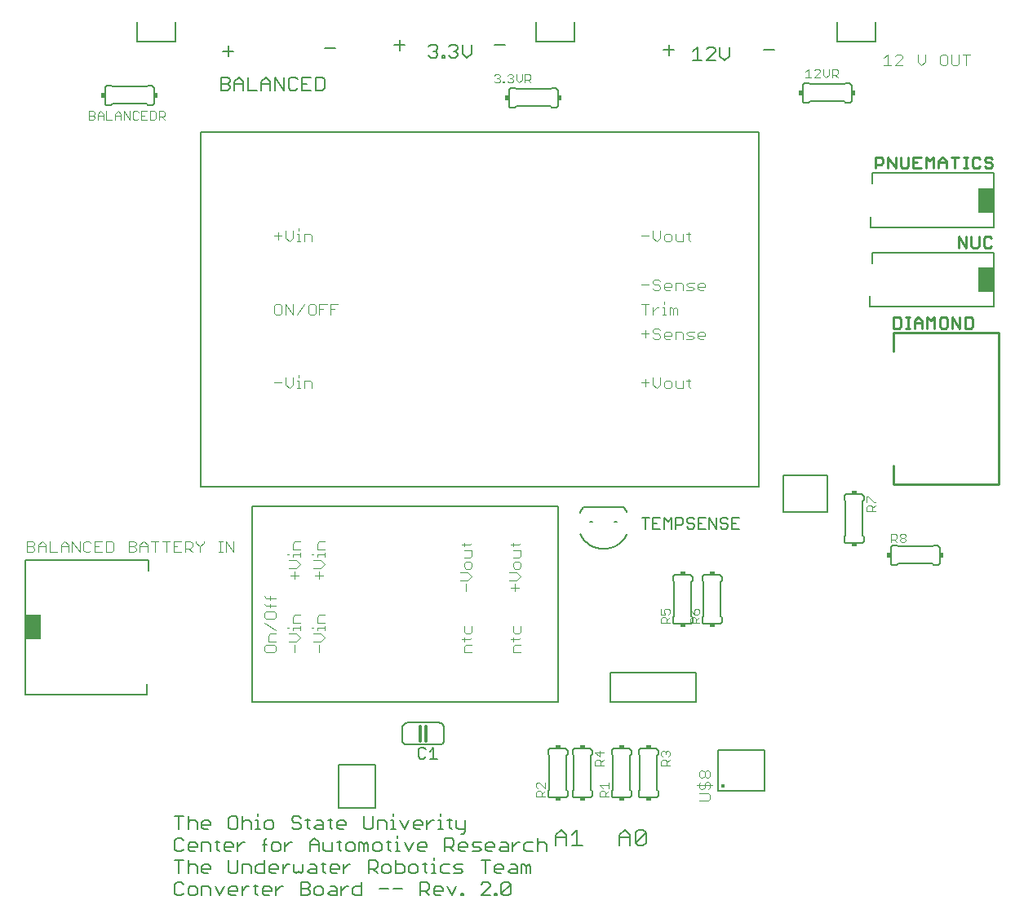
<source format=gto>
G75*
%MOIN*%
%OFA0B0*%
%FSLAX25Y25*%
%IPPOS*%
%LPD*%
%AMOC8*
5,1,8,0,0,1.08239X$1,22.5*
%
%ADD10C,0.00500*%
%ADD11C,0.00400*%
%ADD12C,0.00600*%
%ADD13C,0.00800*%
%ADD14R,0.05906X0.09843*%
%ADD15R,0.01500X0.02000*%
%ADD16C,0.00591*%
%ADD17C,0.01682*%
%ADD18R,0.02000X0.01500*%
%ADD19C,0.01200*%
%ADD20C,0.01000*%
D10*
X0063750Y0036767D02*
X0064667Y0035850D01*
X0066502Y0035850D01*
X0067420Y0036767D01*
X0069275Y0036767D02*
X0070192Y0035850D01*
X0072027Y0035850D01*
X0072945Y0036767D01*
X0072945Y0038602D01*
X0072027Y0039520D01*
X0070192Y0039520D01*
X0069275Y0038602D01*
X0069275Y0036767D01*
X0067420Y0040437D02*
X0066502Y0041355D01*
X0064667Y0041355D01*
X0063750Y0040437D01*
X0063750Y0036767D01*
X0065585Y0044850D02*
X0065585Y0050355D01*
X0063750Y0050355D02*
X0067420Y0050355D01*
X0069275Y0050355D02*
X0069275Y0044850D01*
X0069275Y0047602D02*
X0070192Y0048520D01*
X0072027Y0048520D01*
X0072945Y0047602D01*
X0072945Y0044850D01*
X0074799Y0045767D02*
X0074799Y0047602D01*
X0075717Y0048520D01*
X0077552Y0048520D01*
X0078469Y0047602D01*
X0078469Y0046685D01*
X0074799Y0046685D01*
X0074799Y0045767D02*
X0075717Y0044850D01*
X0077552Y0044850D01*
X0077552Y0039520D02*
X0074799Y0039520D01*
X0074799Y0035850D01*
X0078469Y0035850D02*
X0078469Y0038602D01*
X0077552Y0039520D01*
X0080324Y0039520D02*
X0082159Y0035850D01*
X0083994Y0039520D01*
X0085849Y0038602D02*
X0086766Y0039520D01*
X0088601Y0039520D01*
X0089519Y0038602D01*
X0089519Y0037685D01*
X0085849Y0037685D01*
X0085849Y0038602D02*
X0085849Y0036767D01*
X0086766Y0035850D01*
X0088601Y0035850D01*
X0091374Y0035850D02*
X0091374Y0039520D01*
X0093208Y0039520D02*
X0091374Y0037685D01*
X0093208Y0039520D02*
X0094126Y0039520D01*
X0095978Y0039520D02*
X0097812Y0039520D01*
X0096895Y0040437D02*
X0096895Y0036767D01*
X0097812Y0035850D01*
X0099661Y0036767D02*
X0100578Y0035850D01*
X0102413Y0035850D01*
X0103330Y0037685D02*
X0099661Y0037685D01*
X0099661Y0038602D02*
X0100578Y0039520D01*
X0102413Y0039520D01*
X0103330Y0038602D01*
X0103330Y0037685D01*
X0105185Y0037685D02*
X0107020Y0039520D01*
X0107938Y0039520D01*
X0105185Y0039520D02*
X0105185Y0035850D01*
X0099661Y0036767D02*
X0099661Y0038602D01*
X0100568Y0044850D02*
X0097816Y0044850D01*
X0096898Y0045767D01*
X0096898Y0047602D01*
X0097816Y0048520D01*
X0100568Y0048520D01*
X0100568Y0050355D02*
X0100568Y0044850D01*
X0102423Y0045767D02*
X0102423Y0047602D01*
X0103340Y0048520D01*
X0105175Y0048520D01*
X0106093Y0047602D01*
X0106093Y0046685D01*
X0102423Y0046685D01*
X0102423Y0045767D02*
X0103340Y0044850D01*
X0105175Y0044850D01*
X0107948Y0044850D02*
X0107948Y0048520D01*
X0107948Y0046685D02*
X0109783Y0048520D01*
X0110700Y0048520D01*
X0112552Y0048520D02*
X0112552Y0045767D01*
X0113469Y0044850D01*
X0114387Y0045767D01*
X0115304Y0044850D01*
X0116221Y0045767D01*
X0116221Y0048520D01*
X0118994Y0048520D02*
X0120829Y0048520D01*
X0121746Y0047602D01*
X0121746Y0044850D01*
X0118994Y0044850D01*
X0118076Y0045767D01*
X0118994Y0046685D01*
X0121746Y0046685D01*
X0123601Y0048520D02*
X0125436Y0048520D01*
X0124519Y0049437D02*
X0124519Y0045767D01*
X0125436Y0044850D01*
X0127284Y0045767D02*
X0127284Y0047602D01*
X0128202Y0048520D01*
X0130037Y0048520D01*
X0130954Y0047602D01*
X0130954Y0046685D01*
X0127284Y0046685D01*
X0127284Y0045767D02*
X0128202Y0044850D01*
X0130037Y0044850D01*
X0132809Y0044850D02*
X0132809Y0048520D01*
X0132809Y0046685D02*
X0134644Y0048520D01*
X0135561Y0048520D01*
X0140162Y0041355D02*
X0140162Y0035850D01*
X0137410Y0035850D01*
X0136492Y0036767D01*
X0136492Y0038602D01*
X0137410Y0039520D01*
X0140162Y0039520D01*
X0134641Y0039520D02*
X0133723Y0039520D01*
X0131888Y0037685D01*
X0131888Y0035850D02*
X0131888Y0039520D01*
X0130033Y0038602D02*
X0130033Y0035850D01*
X0127281Y0035850D01*
X0126363Y0036767D01*
X0127281Y0037685D01*
X0130033Y0037685D01*
X0130033Y0038602D02*
X0129116Y0039520D01*
X0127281Y0039520D01*
X0124509Y0038602D02*
X0123591Y0039520D01*
X0121756Y0039520D01*
X0120839Y0038602D01*
X0120839Y0036767D01*
X0121756Y0035850D01*
X0123591Y0035850D01*
X0124509Y0036767D01*
X0124509Y0038602D01*
X0118984Y0037685D02*
X0118984Y0036767D01*
X0118066Y0035850D01*
X0115314Y0035850D01*
X0115314Y0041355D01*
X0118066Y0041355D01*
X0118984Y0040437D01*
X0118984Y0039520D01*
X0118066Y0038602D01*
X0115314Y0038602D01*
X0118066Y0038602D02*
X0118984Y0037685D01*
X0118997Y0053850D02*
X0118997Y0057520D01*
X0120832Y0059355D01*
X0122667Y0057520D01*
X0122667Y0053850D01*
X0124522Y0054767D02*
X0125439Y0053850D01*
X0128192Y0053850D01*
X0128192Y0057520D01*
X0130047Y0057520D02*
X0131881Y0057520D01*
X0130964Y0058437D02*
X0130964Y0054767D01*
X0131881Y0053850D01*
X0133730Y0054767D02*
X0134647Y0053850D01*
X0136482Y0053850D01*
X0137400Y0054767D01*
X0137400Y0056602D01*
X0136482Y0057520D01*
X0134647Y0057520D01*
X0133730Y0056602D01*
X0133730Y0054767D01*
X0139254Y0053850D02*
X0139254Y0057520D01*
X0140172Y0057520D01*
X0141089Y0056602D01*
X0142007Y0057520D01*
X0142924Y0056602D01*
X0142924Y0053850D01*
X0141089Y0053850D02*
X0141089Y0056602D01*
X0144779Y0056602D02*
X0144779Y0054767D01*
X0145697Y0053850D01*
X0147532Y0053850D01*
X0148449Y0054767D01*
X0148449Y0056602D01*
X0147532Y0057520D01*
X0145697Y0057520D01*
X0144779Y0056602D01*
X0145690Y0050355D02*
X0142938Y0050355D01*
X0142938Y0044850D01*
X0142938Y0046685D02*
X0145690Y0046685D01*
X0146607Y0047602D01*
X0146607Y0049437D01*
X0145690Y0050355D01*
X0144772Y0046685D02*
X0146607Y0044850D01*
X0148462Y0045767D02*
X0149380Y0044850D01*
X0151215Y0044850D01*
X0152132Y0045767D01*
X0152132Y0047602D01*
X0151215Y0048520D01*
X0149380Y0048520D01*
X0148462Y0047602D01*
X0148462Y0045767D01*
X0153987Y0044850D02*
X0156739Y0044850D01*
X0157657Y0045767D01*
X0157657Y0047602D01*
X0156739Y0048520D01*
X0153987Y0048520D01*
X0153987Y0050355D02*
X0153987Y0044850D01*
X0159512Y0045767D02*
X0160429Y0044850D01*
X0162264Y0044850D01*
X0163182Y0045767D01*
X0163182Y0047602D01*
X0162264Y0048520D01*
X0160429Y0048520D01*
X0159512Y0047602D01*
X0159512Y0045767D01*
X0165036Y0048520D02*
X0166871Y0048520D01*
X0165954Y0049437D02*
X0165954Y0045767D01*
X0166871Y0044850D01*
X0168720Y0044850D02*
X0170555Y0044850D01*
X0169637Y0044850D02*
X0169637Y0048520D01*
X0168720Y0048520D01*
X0169637Y0050355D02*
X0169637Y0051272D01*
X0165947Y0053850D02*
X0164112Y0053850D01*
X0163195Y0054767D01*
X0163195Y0056602D01*
X0164112Y0057520D01*
X0165947Y0057520D01*
X0166865Y0056602D01*
X0166865Y0055685D01*
X0163195Y0055685D01*
X0161340Y0057520D02*
X0159505Y0053850D01*
X0157670Y0057520D01*
X0154904Y0057520D02*
X0154904Y0053850D01*
X0153987Y0053850D02*
X0155822Y0053850D01*
X0152139Y0053850D02*
X0151221Y0054767D01*
X0151221Y0058437D01*
X0150304Y0057520D02*
X0152139Y0057520D01*
X0153987Y0057520D02*
X0154904Y0057520D01*
X0154904Y0059355D02*
X0154904Y0060272D01*
X0153980Y0062850D02*
X0152145Y0062850D01*
X0153063Y0062850D02*
X0153063Y0066520D01*
X0152145Y0066520D01*
X0153063Y0068355D02*
X0153063Y0069272D01*
X0155829Y0066520D02*
X0157664Y0062850D01*
X0159498Y0066520D01*
X0161353Y0065602D02*
X0161353Y0063767D01*
X0162271Y0062850D01*
X0164106Y0062850D01*
X0165023Y0064685D02*
X0161353Y0064685D01*
X0161353Y0065602D02*
X0162271Y0066520D01*
X0164106Y0066520D01*
X0165023Y0065602D01*
X0165023Y0064685D01*
X0166878Y0064685D02*
X0168713Y0066520D01*
X0169630Y0066520D01*
X0171482Y0066520D02*
X0172399Y0066520D01*
X0172399Y0062850D01*
X0171482Y0062850D02*
X0173317Y0062850D01*
X0176083Y0063767D02*
X0177000Y0062850D01*
X0176083Y0063767D02*
X0176083Y0067437D01*
X0177000Y0066520D02*
X0175165Y0066520D01*
X0172399Y0068355D02*
X0172399Y0069272D01*
X0166878Y0066520D02*
X0166878Y0062850D01*
X0174244Y0059355D02*
X0174244Y0053850D01*
X0174244Y0055685D02*
X0176997Y0055685D01*
X0177914Y0056602D01*
X0177914Y0058437D01*
X0176997Y0059355D01*
X0174244Y0059355D01*
X0176079Y0055685D02*
X0177914Y0053850D01*
X0179769Y0054767D02*
X0179769Y0056602D01*
X0180686Y0057520D01*
X0182521Y0057520D01*
X0183439Y0056602D01*
X0183439Y0055685D01*
X0179769Y0055685D01*
X0179769Y0054767D02*
X0180686Y0053850D01*
X0182521Y0053850D01*
X0185294Y0053850D02*
X0188046Y0053850D01*
X0188964Y0054767D01*
X0188046Y0055685D01*
X0186211Y0055685D01*
X0185294Y0056602D01*
X0186211Y0057520D01*
X0188964Y0057520D01*
X0190818Y0056602D02*
X0191736Y0057520D01*
X0193571Y0057520D01*
X0194488Y0056602D01*
X0194488Y0055685D01*
X0190818Y0055685D01*
X0190818Y0056602D02*
X0190818Y0054767D01*
X0191736Y0053850D01*
X0193571Y0053850D01*
X0196343Y0054767D02*
X0197261Y0055685D01*
X0200013Y0055685D01*
X0200013Y0056602D02*
X0200013Y0053850D01*
X0197261Y0053850D01*
X0196343Y0054767D01*
X0197261Y0057520D02*
X0199096Y0057520D01*
X0200013Y0056602D01*
X0201868Y0055685D02*
X0203703Y0057520D01*
X0204620Y0057520D01*
X0206472Y0056602D02*
X0206472Y0054767D01*
X0207389Y0053850D01*
X0210142Y0053850D01*
X0211997Y0053850D02*
X0211997Y0059355D01*
X0212914Y0057520D02*
X0214749Y0057520D01*
X0215666Y0056602D01*
X0215666Y0053850D01*
X0211997Y0056602D02*
X0212914Y0057520D01*
X0210142Y0057520D02*
X0207389Y0057520D01*
X0206472Y0056602D01*
X0201868Y0057520D02*
X0201868Y0053850D01*
X0202779Y0048520D02*
X0200944Y0048520D01*
X0202779Y0048520D02*
X0203696Y0047602D01*
X0203696Y0044850D01*
X0200944Y0044850D01*
X0200026Y0045767D01*
X0200944Y0046685D01*
X0203696Y0046685D01*
X0205551Y0048520D02*
X0206469Y0048520D01*
X0207386Y0047602D01*
X0208303Y0048520D01*
X0209221Y0047602D01*
X0209221Y0044850D01*
X0207386Y0044850D02*
X0207386Y0047602D01*
X0205551Y0048520D02*
X0205551Y0044850D01*
X0200934Y0040437D02*
X0197264Y0036767D01*
X0198181Y0035850D01*
X0200016Y0035850D01*
X0200934Y0036767D01*
X0200934Y0040437D01*
X0200016Y0041355D01*
X0198181Y0041355D01*
X0197264Y0040437D01*
X0197264Y0036767D01*
X0195419Y0036767D02*
X0195419Y0035850D01*
X0194502Y0035850D01*
X0194502Y0036767D01*
X0195419Y0036767D01*
X0192647Y0035850D02*
X0188977Y0035850D01*
X0192647Y0039520D01*
X0192647Y0040437D01*
X0191729Y0041355D01*
X0189894Y0041355D01*
X0188977Y0040437D01*
X0181607Y0036767D02*
X0181607Y0035850D01*
X0180690Y0035850D01*
X0180690Y0036767D01*
X0181607Y0036767D01*
X0178835Y0039520D02*
X0177000Y0035850D01*
X0175165Y0039520D01*
X0173310Y0038602D02*
X0173310Y0037685D01*
X0169640Y0037685D01*
X0169640Y0038602D02*
X0170558Y0039520D01*
X0172393Y0039520D01*
X0173310Y0038602D01*
X0172393Y0035850D02*
X0170558Y0035850D01*
X0169640Y0036767D01*
X0169640Y0038602D01*
X0167785Y0038602D02*
X0166868Y0037685D01*
X0164116Y0037685D01*
X0165951Y0037685D02*
X0167785Y0035850D01*
X0167785Y0038602D02*
X0167785Y0040437D01*
X0166868Y0041355D01*
X0164116Y0041355D01*
X0164116Y0035850D01*
X0156736Y0038602D02*
X0153066Y0038602D01*
X0151211Y0038602D02*
X0147542Y0038602D01*
X0146621Y0062850D02*
X0146621Y0066520D01*
X0149373Y0066520D01*
X0150291Y0065602D01*
X0150291Y0062850D01*
X0144766Y0063767D02*
X0144766Y0068355D01*
X0141096Y0068355D02*
X0141096Y0063767D01*
X0142013Y0062850D01*
X0143848Y0062850D01*
X0144766Y0063767D01*
X0133716Y0064685D02*
X0130047Y0064685D01*
X0130047Y0065602D02*
X0130047Y0063767D01*
X0130964Y0062850D01*
X0132799Y0062850D01*
X0133716Y0064685D02*
X0133716Y0065602D01*
X0132799Y0066520D01*
X0130964Y0066520D01*
X0130047Y0065602D01*
X0128198Y0066520D02*
X0126363Y0066520D01*
X0127281Y0067437D02*
X0127281Y0063767D01*
X0128198Y0062850D01*
X0124509Y0062850D02*
X0124509Y0065602D01*
X0123591Y0066520D01*
X0121756Y0066520D01*
X0121756Y0064685D02*
X0120839Y0063767D01*
X0121756Y0062850D01*
X0124509Y0062850D01*
X0124509Y0064685D02*
X0121756Y0064685D01*
X0118990Y0066520D02*
X0117156Y0066520D01*
X0118073Y0067437D02*
X0118073Y0063767D01*
X0118990Y0062850D01*
X0115301Y0063767D02*
X0114383Y0062850D01*
X0112548Y0062850D01*
X0111631Y0063767D01*
X0112548Y0065602D02*
X0114383Y0065602D01*
X0115301Y0064685D01*
X0115301Y0063767D01*
X0112548Y0065602D02*
X0111631Y0066520D01*
X0111631Y0067437D01*
X0112548Y0068355D01*
X0114383Y0068355D01*
X0115301Y0067437D01*
X0111621Y0057520D02*
X0110703Y0057520D01*
X0108869Y0055685D01*
X0108869Y0053850D02*
X0108869Y0057520D01*
X0107014Y0056602D02*
X0106096Y0057520D01*
X0104261Y0057520D01*
X0103344Y0056602D01*
X0103344Y0054767D01*
X0104261Y0053850D01*
X0106096Y0053850D01*
X0107014Y0054767D01*
X0107014Y0056602D01*
X0101496Y0056602D02*
X0099661Y0056602D01*
X0100578Y0058437D02*
X0100578Y0053850D01*
X0100578Y0058437D02*
X0101496Y0059355D01*
X0101499Y0062850D02*
X0100581Y0063767D01*
X0100581Y0065602D01*
X0101499Y0066520D01*
X0103334Y0066520D01*
X0104251Y0065602D01*
X0104251Y0063767D01*
X0103334Y0062850D01*
X0101499Y0062850D01*
X0098733Y0062850D02*
X0096898Y0062850D01*
X0097816Y0062850D02*
X0097816Y0066520D01*
X0096898Y0066520D01*
X0097816Y0068355D02*
X0097816Y0069272D01*
X0095043Y0065602D02*
X0095043Y0062850D01*
X0095043Y0065602D02*
X0094126Y0066520D01*
X0092291Y0066520D01*
X0091374Y0065602D01*
X0089519Y0063767D02*
X0089519Y0067437D01*
X0088601Y0068355D01*
X0086766Y0068355D01*
X0085849Y0067437D01*
X0085849Y0063767D01*
X0086766Y0062850D01*
X0088601Y0062850D01*
X0089519Y0063767D01*
X0091374Y0062850D02*
X0091374Y0068355D01*
X0091367Y0057520D02*
X0092284Y0057520D01*
X0091367Y0057520D02*
X0089532Y0055685D01*
X0089532Y0053850D02*
X0089532Y0057520D01*
X0087677Y0056602D02*
X0087677Y0055685D01*
X0084007Y0055685D01*
X0084007Y0056602D02*
X0084925Y0057520D01*
X0086760Y0057520D01*
X0087677Y0056602D01*
X0086760Y0053850D02*
X0084925Y0053850D01*
X0084007Y0054767D01*
X0084007Y0056602D01*
X0082159Y0057520D02*
X0080324Y0057520D01*
X0081242Y0058437D02*
X0081242Y0054767D01*
X0082159Y0053850D01*
X0078469Y0053850D02*
X0078469Y0056602D01*
X0077552Y0057520D01*
X0074799Y0057520D01*
X0074799Y0053850D01*
X0072945Y0055685D02*
X0069275Y0055685D01*
X0069275Y0056602D02*
X0070192Y0057520D01*
X0072027Y0057520D01*
X0072945Y0056602D01*
X0072945Y0055685D01*
X0072027Y0053850D02*
X0070192Y0053850D01*
X0069275Y0054767D01*
X0069275Y0056602D01*
X0067420Y0054767D02*
X0066502Y0053850D01*
X0064667Y0053850D01*
X0063750Y0054767D01*
X0063750Y0058437D01*
X0064667Y0059355D01*
X0066502Y0059355D01*
X0067420Y0058437D01*
X0065585Y0062850D02*
X0065585Y0068355D01*
X0063750Y0068355D02*
X0067420Y0068355D01*
X0069275Y0068355D02*
X0069275Y0062850D01*
X0069275Y0065602D02*
X0070192Y0066520D01*
X0072027Y0066520D01*
X0072945Y0065602D01*
X0072945Y0062850D01*
X0074799Y0063767D02*
X0074799Y0065602D01*
X0075717Y0066520D01*
X0077552Y0066520D01*
X0078469Y0065602D01*
X0078469Y0064685D01*
X0074799Y0064685D01*
X0074799Y0063767D02*
X0075717Y0062850D01*
X0077552Y0062850D01*
X0085849Y0050355D02*
X0085849Y0045767D01*
X0086766Y0044850D01*
X0088601Y0044850D01*
X0089519Y0045767D01*
X0089519Y0050355D01*
X0091374Y0048520D02*
X0094126Y0048520D01*
X0095043Y0047602D01*
X0095043Y0044850D01*
X0091374Y0044850D02*
X0091374Y0048520D01*
X0118997Y0056602D02*
X0122667Y0056602D01*
X0124522Y0057520D02*
X0124522Y0054767D01*
X0163342Y0092501D02*
X0163342Y0095503D01*
X0164093Y0096254D01*
X0165594Y0096254D01*
X0166345Y0095503D01*
X0167946Y0094753D02*
X0169447Y0096254D01*
X0169447Y0091750D01*
X0167946Y0091750D02*
X0170949Y0091750D01*
X0166345Y0092501D02*
X0165594Y0091750D01*
X0164093Y0091750D01*
X0163342Y0092501D01*
X0178848Y0066520D02*
X0178848Y0063767D01*
X0179766Y0062850D01*
X0182518Y0062850D01*
X0182518Y0061933D02*
X0181601Y0061015D01*
X0180683Y0061015D01*
X0182518Y0061933D02*
X0182518Y0066520D01*
X0188977Y0050355D02*
X0192647Y0050355D01*
X0190812Y0050355D02*
X0190812Y0044850D01*
X0194502Y0045767D02*
X0194502Y0047602D01*
X0195419Y0048520D01*
X0197254Y0048520D01*
X0198171Y0047602D01*
X0198171Y0046685D01*
X0194502Y0046685D01*
X0194502Y0045767D02*
X0195419Y0044850D01*
X0197254Y0044850D01*
X0181597Y0045767D02*
X0180680Y0046685D01*
X0178845Y0046685D01*
X0177927Y0047602D01*
X0178845Y0048520D01*
X0181597Y0048520D01*
X0181597Y0045767D02*
X0180680Y0044850D01*
X0177927Y0044850D01*
X0176073Y0044850D02*
X0173320Y0044850D01*
X0172403Y0045767D01*
X0172403Y0047602D01*
X0173320Y0048520D01*
X0176073Y0048520D01*
X0220300Y0115000D02*
X0095300Y0115000D01*
X0095300Y0195000D01*
X0220300Y0195000D01*
X0220300Y0115000D01*
X0256116Y0185750D02*
X0256116Y0190254D01*
X0254615Y0190254D02*
X0257617Y0190254D01*
X0259219Y0190254D02*
X0259219Y0185750D01*
X0262221Y0185750D01*
X0263822Y0185750D02*
X0263822Y0190254D01*
X0265324Y0188753D01*
X0266825Y0190254D01*
X0266825Y0185750D01*
X0268426Y0185750D02*
X0268426Y0190254D01*
X0270678Y0190254D01*
X0271429Y0189503D01*
X0271429Y0188002D01*
X0270678Y0187251D01*
X0268426Y0187251D01*
X0273030Y0186501D02*
X0273781Y0185750D01*
X0275282Y0185750D01*
X0276033Y0186501D01*
X0276033Y0187251D01*
X0275282Y0188002D01*
X0273781Y0188002D01*
X0273030Y0188753D01*
X0273030Y0189503D01*
X0273781Y0190254D01*
X0275282Y0190254D01*
X0276033Y0189503D01*
X0277634Y0190254D02*
X0277634Y0185750D01*
X0280637Y0185750D01*
X0282238Y0185750D02*
X0282238Y0190254D01*
X0285241Y0185750D01*
X0285241Y0190254D01*
X0286842Y0189503D02*
X0286842Y0188753D01*
X0287593Y0188002D01*
X0289094Y0188002D01*
X0289845Y0187251D01*
X0289845Y0186501D01*
X0289094Y0185750D01*
X0287593Y0185750D01*
X0286842Y0186501D01*
X0286842Y0189503D02*
X0287593Y0190254D01*
X0289094Y0190254D01*
X0289845Y0189503D01*
X0291446Y0190254D02*
X0291446Y0185750D01*
X0294449Y0185750D01*
X0292947Y0188002D02*
X0291446Y0188002D01*
X0291446Y0190254D02*
X0294449Y0190254D01*
X0302300Y0203000D02*
X0302300Y0348000D01*
X0074300Y0348000D01*
X0074300Y0203000D01*
X0302300Y0203000D01*
X0280637Y0190254D02*
X0277634Y0190254D01*
X0277634Y0188002D02*
X0279135Y0188002D01*
X0262221Y0190254D02*
X0259219Y0190254D01*
X0259219Y0188002D02*
X0260720Y0188002D01*
X0247248Y0194600D02*
X0230752Y0194600D01*
X0233472Y0188600D02*
X0234528Y0188600D01*
X0229454Y0192478D02*
X0229561Y0192703D01*
X0229673Y0192926D01*
X0229790Y0193146D01*
X0229912Y0193363D01*
X0230040Y0193578D01*
X0230173Y0193789D01*
X0230310Y0193997D01*
X0230453Y0194201D01*
X0230600Y0194403D01*
X0230752Y0194600D01*
X0229500Y0183628D02*
X0229612Y0183398D01*
X0229729Y0183171D01*
X0229851Y0182947D01*
X0229979Y0182726D01*
X0230113Y0182509D01*
X0230251Y0182294D01*
X0230395Y0182083D01*
X0230544Y0181876D01*
X0230698Y0181672D01*
X0230856Y0181472D01*
X0231020Y0181276D01*
X0231188Y0181084D01*
X0231361Y0180896D01*
X0231539Y0180712D01*
X0231720Y0180533D01*
X0231907Y0180358D01*
X0232097Y0180188D01*
X0232291Y0180023D01*
X0232490Y0179862D01*
X0232692Y0179706D01*
X0232898Y0179555D01*
X0233108Y0179409D01*
X0233321Y0179269D01*
X0233537Y0179133D01*
X0233757Y0179003D01*
X0233980Y0178878D01*
X0234205Y0178759D01*
X0234434Y0178645D01*
X0234665Y0178537D01*
X0234899Y0178434D01*
X0235135Y0178337D01*
X0235374Y0178246D01*
X0235614Y0178161D01*
X0235857Y0178081D01*
X0236102Y0178008D01*
X0236348Y0177940D01*
X0236596Y0177879D01*
X0236845Y0177824D01*
X0237095Y0177774D01*
X0237347Y0177731D01*
X0237600Y0177694D01*
X0237853Y0177663D01*
X0238107Y0177638D01*
X0238362Y0177619D01*
X0238617Y0177607D01*
X0238872Y0177601D01*
X0239128Y0177601D01*
X0239383Y0177607D01*
X0239638Y0177619D01*
X0239893Y0177638D01*
X0240147Y0177663D01*
X0240400Y0177694D01*
X0240653Y0177731D01*
X0240905Y0177774D01*
X0241155Y0177824D01*
X0241404Y0177879D01*
X0241652Y0177940D01*
X0241898Y0178008D01*
X0242143Y0178081D01*
X0242386Y0178161D01*
X0242626Y0178246D01*
X0242865Y0178337D01*
X0243101Y0178434D01*
X0243335Y0178537D01*
X0243566Y0178645D01*
X0243795Y0178759D01*
X0244020Y0178878D01*
X0244243Y0179003D01*
X0244463Y0179133D01*
X0244679Y0179269D01*
X0244892Y0179409D01*
X0245102Y0179555D01*
X0245308Y0179706D01*
X0245510Y0179862D01*
X0245709Y0180023D01*
X0245903Y0180188D01*
X0246093Y0180358D01*
X0246280Y0180533D01*
X0246461Y0180712D01*
X0246639Y0180896D01*
X0246812Y0181084D01*
X0246980Y0181276D01*
X0247144Y0181472D01*
X0247302Y0181672D01*
X0247456Y0181876D01*
X0247605Y0182083D01*
X0247749Y0182294D01*
X0247887Y0182509D01*
X0248021Y0182726D01*
X0248149Y0182947D01*
X0248271Y0183171D01*
X0248388Y0183398D01*
X0248500Y0183628D01*
X0244528Y0188600D02*
X0243472Y0188600D01*
X0248502Y0192572D02*
X0248398Y0192787D01*
X0248289Y0193000D01*
X0248175Y0193210D01*
X0248056Y0193417D01*
X0247933Y0193622D01*
X0247805Y0193824D01*
X0247672Y0194023D01*
X0247535Y0194218D01*
X0247394Y0194411D01*
X0247248Y0194600D01*
X0124075Y0364950D02*
X0124993Y0365867D01*
X0124993Y0369537D01*
X0124075Y0370455D01*
X0121323Y0370455D01*
X0121323Y0364950D01*
X0124075Y0364950D01*
X0119468Y0364950D02*
X0115798Y0364950D01*
X0115798Y0370455D01*
X0119468Y0370455D01*
X0117633Y0367702D02*
X0115798Y0367702D01*
X0113943Y0365867D02*
X0113026Y0364950D01*
X0111191Y0364950D01*
X0110274Y0365867D01*
X0110274Y0369537D01*
X0111191Y0370455D01*
X0113026Y0370455D01*
X0113943Y0369537D01*
X0108419Y0370455D02*
X0108419Y0364950D01*
X0104749Y0370455D01*
X0104749Y0364950D01*
X0102894Y0364950D02*
X0102894Y0368620D01*
X0101059Y0370455D01*
X0099224Y0368620D01*
X0099224Y0364950D01*
X0097369Y0364950D02*
X0093699Y0364950D01*
X0093699Y0370455D01*
X0091845Y0368620D02*
X0091845Y0364950D01*
X0091845Y0367702D02*
X0088175Y0367702D01*
X0088175Y0368620D02*
X0090010Y0370455D01*
X0091845Y0368620D01*
X0088175Y0368620D02*
X0088175Y0364950D01*
X0086320Y0365867D02*
X0085402Y0364950D01*
X0082650Y0364950D01*
X0082650Y0370455D01*
X0085402Y0370455D01*
X0086320Y0369537D01*
X0086320Y0368620D01*
X0085402Y0367702D01*
X0082650Y0367702D01*
X0085402Y0367702D02*
X0086320Y0366785D01*
X0086320Y0365867D01*
X0099224Y0367702D02*
X0102894Y0367702D01*
X0167550Y0379167D02*
X0168467Y0378250D01*
X0170302Y0378250D01*
X0171220Y0379167D01*
X0171220Y0380085D01*
X0170302Y0381002D01*
X0169385Y0381002D01*
X0170302Y0381002D02*
X0171220Y0381920D01*
X0171220Y0382837D01*
X0170302Y0383755D01*
X0168467Y0383755D01*
X0167550Y0382837D01*
X0173075Y0379167D02*
X0173992Y0379167D01*
X0173992Y0378250D01*
X0173075Y0378250D01*
X0173075Y0379167D01*
X0175837Y0379167D02*
X0176755Y0378250D01*
X0178589Y0378250D01*
X0179507Y0379167D01*
X0179507Y0380085D01*
X0178589Y0381002D01*
X0177672Y0381002D01*
X0178589Y0381002D02*
X0179507Y0381920D01*
X0179507Y0382837D01*
X0178589Y0383755D01*
X0176755Y0383755D01*
X0175837Y0382837D01*
X0181362Y0383755D02*
X0181362Y0380085D01*
X0183197Y0378250D01*
X0185032Y0380085D01*
X0185032Y0383755D01*
X0275550Y0380920D02*
X0277385Y0382755D01*
X0277385Y0377250D01*
X0275550Y0377250D02*
X0279220Y0377250D01*
X0281075Y0377250D02*
X0284745Y0380920D01*
X0284745Y0381837D01*
X0283827Y0382755D01*
X0281992Y0382755D01*
X0281075Y0381837D01*
X0281075Y0377250D02*
X0284745Y0377250D01*
X0286599Y0379085D02*
X0288434Y0377250D01*
X0290269Y0379085D01*
X0290269Y0382755D01*
X0286599Y0382755D02*
X0286599Y0379085D01*
D11*
X0321500Y0372635D02*
X0322668Y0373803D01*
X0322668Y0370300D01*
X0323835Y0370300D02*
X0321500Y0370300D01*
X0325091Y0370300D02*
X0327426Y0372635D01*
X0327426Y0373219D01*
X0326843Y0373803D01*
X0325675Y0373803D01*
X0325091Y0373219D01*
X0325091Y0370300D02*
X0327426Y0370300D01*
X0328682Y0371468D02*
X0329850Y0370300D01*
X0331017Y0371468D01*
X0331017Y0373803D01*
X0332273Y0373803D02*
X0334025Y0373803D01*
X0334609Y0373219D01*
X0334609Y0372051D01*
X0334025Y0371468D01*
X0332273Y0371468D01*
X0333441Y0371468D02*
X0334609Y0370300D01*
X0332273Y0370300D02*
X0332273Y0373803D01*
X0328682Y0373803D02*
X0328682Y0371468D01*
X0353500Y0375200D02*
X0356569Y0375200D01*
X0355035Y0375200D02*
X0355035Y0379804D01*
X0353500Y0378269D01*
X0358104Y0379037D02*
X0358871Y0379804D01*
X0360406Y0379804D01*
X0361173Y0379037D01*
X0361173Y0378269D01*
X0358104Y0375200D01*
X0361173Y0375200D01*
X0367312Y0376735D02*
X0368846Y0375200D01*
X0370381Y0376735D01*
X0370381Y0379804D01*
X0367312Y0379804D02*
X0367312Y0376735D01*
X0376520Y0375967D02*
X0377287Y0375200D01*
X0378822Y0375200D01*
X0379589Y0375967D01*
X0379589Y0379037D01*
X0378822Y0379804D01*
X0377287Y0379804D01*
X0376520Y0379037D01*
X0376520Y0375967D01*
X0381124Y0375967D02*
X0381124Y0379804D01*
X0384193Y0379804D02*
X0384193Y0375967D01*
X0383426Y0375200D01*
X0381891Y0375200D01*
X0381124Y0375967D01*
X0385727Y0379804D02*
X0388797Y0379804D01*
X0387262Y0379804D02*
X0387262Y0375200D01*
X0280589Y0285502D02*
X0280589Y0284735D01*
X0277520Y0284735D01*
X0277520Y0285502D02*
X0278287Y0286269D01*
X0279822Y0286269D01*
X0280589Y0285502D01*
X0279822Y0283200D02*
X0278287Y0283200D01*
X0277520Y0283967D01*
X0277520Y0285502D01*
X0275985Y0286269D02*
X0273683Y0286269D01*
X0272916Y0285502D01*
X0273683Y0284735D01*
X0275218Y0284735D01*
X0275985Y0283967D01*
X0275218Y0283200D01*
X0272916Y0283200D01*
X0271381Y0283200D02*
X0271381Y0285502D01*
X0270614Y0286269D01*
X0268312Y0286269D01*
X0268312Y0283200D01*
X0266777Y0284735D02*
X0263708Y0284735D01*
X0263708Y0285502D02*
X0264475Y0286269D01*
X0266010Y0286269D01*
X0266777Y0285502D01*
X0266777Y0284735D01*
X0266010Y0283200D02*
X0264475Y0283200D01*
X0263708Y0283967D01*
X0263708Y0285502D01*
X0262173Y0284735D02*
X0262173Y0283967D01*
X0261406Y0283200D01*
X0259871Y0283200D01*
X0259104Y0283967D01*
X0259871Y0285502D02*
X0261406Y0285502D01*
X0262173Y0284735D01*
X0262173Y0287037D02*
X0261406Y0287804D01*
X0259871Y0287804D01*
X0259104Y0287037D01*
X0259104Y0286269D01*
X0259871Y0285502D01*
X0257569Y0285502D02*
X0254500Y0285502D01*
X0254500Y0277804D02*
X0257569Y0277804D01*
X0256035Y0277804D02*
X0256035Y0273200D01*
X0259104Y0273200D02*
X0259104Y0276269D01*
X0259104Y0274735D02*
X0260639Y0276269D01*
X0261406Y0276269D01*
X0262941Y0276269D02*
X0263708Y0276269D01*
X0263708Y0273200D01*
X0262941Y0273200D02*
X0264475Y0273200D01*
X0266010Y0273200D02*
X0266010Y0276269D01*
X0266777Y0276269D01*
X0267544Y0275502D01*
X0268312Y0276269D01*
X0269079Y0275502D01*
X0269079Y0273200D01*
X0267544Y0273200D02*
X0267544Y0275502D01*
X0263708Y0277804D02*
X0263708Y0278571D01*
X0261406Y0267804D02*
X0259871Y0267804D01*
X0259104Y0267037D01*
X0259104Y0266269D01*
X0259871Y0265502D01*
X0261406Y0265502D01*
X0262173Y0264735D01*
X0262173Y0263967D01*
X0261406Y0263200D01*
X0259871Y0263200D01*
X0259104Y0263967D01*
X0257569Y0265502D02*
X0254500Y0265502D01*
X0256035Y0267037D02*
X0256035Y0263967D01*
X0261406Y0267804D02*
X0262173Y0267037D01*
X0263708Y0265502D02*
X0264475Y0266269D01*
X0266010Y0266269D01*
X0266777Y0265502D01*
X0266777Y0264735D01*
X0263708Y0264735D01*
X0263708Y0265502D02*
X0263708Y0263967D01*
X0264475Y0263200D01*
X0266010Y0263200D01*
X0268312Y0263200D02*
X0268312Y0266269D01*
X0270614Y0266269D01*
X0271381Y0265502D01*
X0271381Y0263200D01*
X0272916Y0263200D02*
X0275218Y0263200D01*
X0275985Y0263967D01*
X0275218Y0264735D01*
X0273683Y0264735D01*
X0272916Y0265502D01*
X0273683Y0266269D01*
X0275985Y0266269D01*
X0277520Y0265502D02*
X0278287Y0266269D01*
X0279822Y0266269D01*
X0280589Y0265502D01*
X0280589Y0264735D01*
X0277520Y0264735D01*
X0277520Y0265502D02*
X0277520Y0263967D01*
X0278287Y0263200D01*
X0279822Y0263200D01*
X0273683Y0247037D02*
X0273683Y0243967D01*
X0274450Y0243200D01*
X0271381Y0243200D02*
X0271381Y0246269D01*
X0272916Y0246269D02*
X0274450Y0246269D01*
X0271381Y0243200D02*
X0269079Y0243200D01*
X0268312Y0243967D01*
X0268312Y0246269D01*
X0266777Y0245502D02*
X0266010Y0246269D01*
X0264475Y0246269D01*
X0263708Y0245502D01*
X0263708Y0243967D01*
X0264475Y0243200D01*
X0266010Y0243200D01*
X0266777Y0243967D01*
X0266777Y0245502D01*
X0262173Y0244735D02*
X0262173Y0247804D01*
X0259104Y0247804D02*
X0259104Y0244735D01*
X0260639Y0243200D01*
X0262173Y0244735D01*
X0257569Y0245502D02*
X0254500Y0245502D01*
X0256035Y0247037D02*
X0256035Y0243967D01*
X0260639Y0303200D02*
X0262173Y0304735D01*
X0262173Y0307804D01*
X0263708Y0305502D02*
X0263708Y0303967D01*
X0264475Y0303200D01*
X0266010Y0303200D01*
X0266777Y0303967D01*
X0266777Y0305502D01*
X0266010Y0306269D01*
X0264475Y0306269D01*
X0263708Y0305502D01*
X0260639Y0303200D02*
X0259104Y0304735D01*
X0259104Y0307804D01*
X0257569Y0305502D02*
X0254500Y0305502D01*
X0268312Y0306269D02*
X0268312Y0303967D01*
X0269079Y0303200D01*
X0271381Y0303200D01*
X0271381Y0306269D01*
X0272916Y0306269D02*
X0274450Y0306269D01*
X0273683Y0307037D02*
X0273683Y0303967D01*
X0274450Y0303200D01*
X0209244Y0368200D02*
X0208077Y0369368D01*
X0208660Y0369368D02*
X0206909Y0369368D01*
X0206909Y0368200D02*
X0206909Y0371703D01*
X0208660Y0371703D01*
X0209244Y0371119D01*
X0209244Y0369951D01*
X0208660Y0369368D01*
X0205653Y0369368D02*
X0205653Y0371703D01*
X0203318Y0371703D02*
X0203318Y0369368D01*
X0204486Y0368200D01*
X0205653Y0369368D01*
X0202062Y0369368D02*
X0201478Y0369951D01*
X0200894Y0369951D01*
X0201478Y0369951D02*
X0202062Y0370535D01*
X0202062Y0371119D01*
X0201478Y0371703D01*
X0200311Y0371703D01*
X0199727Y0371119D01*
X0199727Y0368784D02*
X0200311Y0368200D01*
X0201478Y0368200D01*
X0202062Y0368784D01*
X0202062Y0369368D01*
X0198515Y0368784D02*
X0198515Y0368200D01*
X0197931Y0368200D01*
X0197931Y0368784D01*
X0198515Y0368784D01*
X0196676Y0368784D02*
X0196092Y0368200D01*
X0194924Y0368200D01*
X0194340Y0368784D01*
X0195508Y0369951D02*
X0196092Y0369951D01*
X0196676Y0369368D01*
X0196676Y0368784D01*
X0196092Y0369951D02*
X0196676Y0370535D01*
X0196676Y0371119D01*
X0196092Y0371703D01*
X0194924Y0371703D01*
X0194340Y0371119D01*
X0119846Y0305502D02*
X0119846Y0303200D01*
X0119846Y0305502D02*
X0119079Y0306269D01*
X0116777Y0306269D01*
X0116777Y0303200D01*
X0115242Y0303200D02*
X0113708Y0303200D01*
X0114475Y0303200D02*
X0114475Y0306269D01*
X0113708Y0306269D01*
X0114475Y0307804D02*
X0114475Y0308571D01*
X0112173Y0307804D02*
X0112173Y0304735D01*
X0110639Y0303200D01*
X0109104Y0304735D01*
X0109104Y0307804D01*
X0107569Y0305502D02*
X0104500Y0305502D01*
X0106035Y0307037D02*
X0106035Y0303967D01*
X0106802Y0277804D02*
X0107569Y0277037D01*
X0107569Y0273967D01*
X0106802Y0273200D01*
X0105267Y0273200D01*
X0104500Y0273967D01*
X0104500Y0277037D01*
X0105267Y0277804D01*
X0106802Y0277804D01*
X0109104Y0277804D02*
X0112173Y0273200D01*
X0112173Y0277804D01*
X0109104Y0277804D02*
X0109104Y0273200D01*
X0113708Y0273200D02*
X0116777Y0277804D01*
X0118312Y0277037D02*
X0118312Y0273967D01*
X0119079Y0273200D01*
X0120614Y0273200D01*
X0121381Y0273967D01*
X0121381Y0277037D01*
X0120614Y0277804D01*
X0119079Y0277804D01*
X0118312Y0277037D01*
X0122916Y0277804D02*
X0122916Y0273200D01*
X0122916Y0275502D02*
X0124450Y0275502D01*
X0122916Y0277804D02*
X0125985Y0277804D01*
X0127520Y0277804D02*
X0130589Y0277804D01*
X0129054Y0275502D02*
X0127520Y0275502D01*
X0127520Y0273200D02*
X0127520Y0277804D01*
X0114475Y0248571D02*
X0114475Y0247804D01*
X0114475Y0246269D02*
X0114475Y0243200D01*
X0113708Y0243200D02*
X0115242Y0243200D01*
X0116777Y0243200D02*
X0116777Y0246269D01*
X0119079Y0246269D01*
X0119846Y0245502D01*
X0119846Y0243200D01*
X0114475Y0246269D02*
X0113708Y0246269D01*
X0112173Y0244735D02*
X0110639Y0243200D01*
X0109104Y0244735D01*
X0109104Y0247804D01*
X0107569Y0245502D02*
X0104500Y0245502D01*
X0112173Y0244735D02*
X0112173Y0247804D01*
X0112798Y0180546D02*
X0112031Y0179779D01*
X0112031Y0177477D01*
X0115100Y0177477D01*
X0115100Y0175942D02*
X0115100Y0174408D01*
X0115100Y0175175D02*
X0112031Y0175175D01*
X0112031Y0174408D01*
X0110496Y0175175D02*
X0109729Y0175175D01*
X0110496Y0172873D02*
X0113565Y0172873D01*
X0115100Y0171339D01*
X0113565Y0169804D01*
X0110496Y0169804D01*
X0112798Y0168269D02*
X0112798Y0165200D01*
X0111263Y0166735D02*
X0114333Y0166735D01*
X0120496Y0169804D02*
X0123565Y0169804D01*
X0125100Y0171339D01*
X0123565Y0172873D01*
X0120496Y0172873D01*
X0122031Y0174408D02*
X0122031Y0175175D01*
X0125100Y0175175D01*
X0125100Y0174408D02*
X0125100Y0175942D01*
X0125100Y0177477D02*
X0122031Y0177477D01*
X0122031Y0179779D01*
X0122798Y0180546D01*
X0125100Y0180546D01*
X0120496Y0175175D02*
X0119729Y0175175D01*
X0115100Y0180546D02*
X0112798Y0180546D01*
X0122798Y0168269D02*
X0122798Y0165200D01*
X0121263Y0166735D02*
X0124333Y0166735D01*
X0125100Y0150546D02*
X0122798Y0150546D01*
X0122031Y0149779D01*
X0122031Y0147477D01*
X0125100Y0147477D01*
X0125100Y0145942D02*
X0125100Y0144408D01*
X0125100Y0145175D02*
X0122031Y0145175D01*
X0122031Y0144408D01*
X0120496Y0145175D02*
X0119729Y0145175D01*
X0120496Y0142873D02*
X0123565Y0142873D01*
X0125100Y0141339D01*
X0123565Y0139804D01*
X0120496Y0139804D01*
X0122798Y0138269D02*
X0122798Y0135200D01*
X0115100Y0141339D02*
X0113565Y0142873D01*
X0110496Y0142873D01*
X0112031Y0144408D02*
X0112031Y0145175D01*
X0115100Y0145175D01*
X0115100Y0144408D02*
X0115100Y0145942D01*
X0115100Y0147477D02*
X0112031Y0147477D01*
X0112031Y0149779D01*
X0112798Y0150546D01*
X0115100Y0150546D01*
X0110496Y0145175D02*
X0109729Y0145175D01*
X0105100Y0144408D02*
X0100496Y0147477D01*
X0101263Y0149012D02*
X0100496Y0149779D01*
X0100496Y0151314D01*
X0101263Y0152081D01*
X0104333Y0152081D01*
X0105100Y0151314D01*
X0105100Y0149779D01*
X0104333Y0149012D01*
X0101263Y0149012D01*
X0102798Y0153616D02*
X0102798Y0155150D01*
X0102798Y0156685D02*
X0102798Y0158220D01*
X0101263Y0157452D02*
X0100496Y0158220D01*
X0101263Y0157452D02*
X0105100Y0157452D01*
X0105100Y0154383D02*
X0101263Y0154383D01*
X0100496Y0155150D01*
X0102798Y0142873D02*
X0105100Y0142873D01*
X0102798Y0142873D02*
X0102031Y0142106D01*
X0102031Y0139804D01*
X0105100Y0139804D01*
X0104333Y0138269D02*
X0105100Y0137502D01*
X0105100Y0135967D01*
X0104333Y0135200D01*
X0101263Y0135200D01*
X0100496Y0135967D01*
X0100496Y0137502D01*
X0101263Y0138269D01*
X0104333Y0138269D01*
X0110496Y0139804D02*
X0113565Y0139804D01*
X0115100Y0141339D01*
X0112798Y0138269D02*
X0112798Y0135200D01*
X0087905Y0176200D02*
X0087905Y0180804D01*
X0084836Y0180804D02*
X0087905Y0176200D01*
X0084836Y0176200D02*
X0084836Y0180804D01*
X0083301Y0180804D02*
X0081767Y0180804D01*
X0082534Y0180804D02*
X0082534Y0176200D01*
X0081767Y0176200D02*
X0083301Y0176200D01*
X0075628Y0180037D02*
X0074094Y0178502D01*
X0074094Y0176200D01*
X0074094Y0178502D02*
X0072559Y0180037D01*
X0072559Y0180804D01*
X0071024Y0180037D02*
X0071024Y0178502D01*
X0070257Y0177735D01*
X0067955Y0177735D01*
X0069490Y0177735D02*
X0071024Y0176200D01*
X0067955Y0176200D02*
X0067955Y0180804D01*
X0070257Y0180804D01*
X0071024Y0180037D01*
X0075628Y0180037D02*
X0075628Y0180804D01*
X0066420Y0180804D02*
X0063351Y0180804D01*
X0063351Y0176200D01*
X0066420Y0176200D01*
X0064886Y0178502D02*
X0063351Y0178502D01*
X0061816Y0180804D02*
X0058747Y0180804D01*
X0057212Y0180804D02*
X0054143Y0180804D01*
X0055678Y0180804D02*
X0055678Y0176200D01*
X0052609Y0176200D02*
X0052609Y0179269D01*
X0051074Y0180804D01*
X0049539Y0179269D01*
X0049539Y0176200D01*
X0048005Y0176967D02*
X0047237Y0176200D01*
X0044935Y0176200D01*
X0044935Y0180804D01*
X0047237Y0180804D01*
X0048005Y0180037D01*
X0048005Y0179269D01*
X0047237Y0178502D01*
X0044935Y0178502D01*
X0047237Y0178502D02*
X0048005Y0177735D01*
X0048005Y0176967D01*
X0049539Y0178502D02*
X0052609Y0178502D01*
X0060282Y0176200D02*
X0060282Y0180804D01*
X0038797Y0180037D02*
X0038797Y0176967D01*
X0038029Y0176200D01*
X0035727Y0176200D01*
X0035727Y0180804D01*
X0038029Y0180804D01*
X0038797Y0180037D01*
X0034193Y0180804D02*
X0031124Y0180804D01*
X0031124Y0176200D01*
X0034193Y0176200D01*
X0032658Y0178502D02*
X0031124Y0178502D01*
X0029589Y0180037D02*
X0028822Y0180804D01*
X0027287Y0180804D01*
X0026520Y0180037D01*
X0026520Y0176967D01*
X0027287Y0176200D01*
X0028822Y0176200D01*
X0029589Y0176967D01*
X0024985Y0176200D02*
X0024985Y0180804D01*
X0021916Y0180804D02*
X0021916Y0176200D01*
X0020381Y0176200D02*
X0020381Y0179269D01*
X0018846Y0180804D01*
X0017312Y0179269D01*
X0017312Y0176200D01*
X0015777Y0176200D02*
X0012708Y0176200D01*
X0012708Y0180804D01*
X0011173Y0179269D02*
X0011173Y0176200D01*
X0011173Y0178502D02*
X0008104Y0178502D01*
X0008104Y0179269D02*
X0008104Y0176200D01*
X0006569Y0176967D02*
X0005802Y0176200D01*
X0003500Y0176200D01*
X0003500Y0180804D01*
X0005802Y0180804D01*
X0006569Y0180037D01*
X0006569Y0179269D01*
X0005802Y0178502D01*
X0003500Y0178502D01*
X0005802Y0178502D02*
X0006569Y0177735D01*
X0006569Y0176967D01*
X0008104Y0179269D02*
X0009639Y0180804D01*
X0011173Y0179269D01*
X0017312Y0178502D02*
X0020381Y0178502D01*
X0021916Y0180804D02*
X0024985Y0176200D01*
X0180496Y0167873D02*
X0183565Y0167873D01*
X0185100Y0166339D01*
X0183565Y0164804D01*
X0180496Y0164804D01*
X0182798Y0163269D02*
X0182798Y0160200D01*
X0182798Y0169408D02*
X0184333Y0169408D01*
X0185100Y0170175D01*
X0185100Y0171710D01*
X0184333Y0172477D01*
X0182798Y0172477D01*
X0182031Y0171710D01*
X0182031Y0170175D01*
X0182798Y0169408D01*
X0182031Y0174012D02*
X0184333Y0174012D01*
X0185100Y0174779D01*
X0185100Y0177081D01*
X0182031Y0177081D01*
X0182031Y0178616D02*
X0182031Y0180150D01*
X0181263Y0179383D02*
X0184333Y0179383D01*
X0185100Y0180150D01*
X0201263Y0179383D02*
X0204333Y0179383D01*
X0205100Y0180150D01*
X0205100Y0177081D02*
X0202031Y0177081D01*
X0202031Y0178616D02*
X0202031Y0180150D01*
X0205100Y0177081D02*
X0205100Y0174779D01*
X0204333Y0174012D01*
X0202031Y0174012D01*
X0202798Y0172477D02*
X0202031Y0171710D01*
X0202031Y0170175D01*
X0202798Y0169408D01*
X0204333Y0169408D01*
X0205100Y0170175D01*
X0205100Y0171710D01*
X0204333Y0172477D01*
X0202798Y0172477D01*
X0203565Y0167873D02*
X0200496Y0167873D01*
X0200496Y0164804D02*
X0203565Y0164804D01*
X0205100Y0166339D01*
X0203565Y0167873D01*
X0202798Y0163269D02*
X0202798Y0160200D01*
X0201263Y0161735D02*
X0204333Y0161735D01*
X0205100Y0145942D02*
X0205100Y0143641D01*
X0204333Y0142873D01*
X0202798Y0142873D01*
X0202031Y0143641D01*
X0202031Y0145942D01*
X0202031Y0141339D02*
X0202031Y0139804D01*
X0201263Y0140571D02*
X0204333Y0140571D01*
X0205100Y0141339D01*
X0205100Y0138269D02*
X0202798Y0138269D01*
X0202031Y0137502D01*
X0202031Y0135200D01*
X0205100Y0135200D01*
X0185100Y0135200D02*
X0182031Y0135200D01*
X0182031Y0137502D01*
X0182798Y0138269D01*
X0185100Y0138269D01*
X0184333Y0140571D02*
X0185100Y0141339D01*
X0184333Y0140571D02*
X0181263Y0140571D01*
X0182031Y0139804D02*
X0182031Y0141339D01*
X0182798Y0142873D02*
X0184333Y0142873D01*
X0185100Y0143641D01*
X0185100Y0145942D01*
X0182031Y0145942D02*
X0182031Y0143641D01*
X0182798Y0142873D01*
X0235597Y0094360D02*
X0237349Y0092609D01*
X0237349Y0094944D01*
X0239100Y0094360D02*
X0235597Y0094360D01*
X0236181Y0091353D02*
X0237349Y0091353D01*
X0237932Y0090769D01*
X0237932Y0089018D01*
X0237932Y0090186D02*
X0239100Y0091353D01*
X0239100Y0089018D02*
X0235597Y0089018D01*
X0235597Y0090769D01*
X0236181Y0091353D01*
X0241000Y0082126D02*
X0241000Y0079791D01*
X0241000Y0080959D02*
X0237497Y0080959D01*
X0238665Y0079791D01*
X0239249Y0078535D02*
X0239832Y0077951D01*
X0239832Y0076200D01*
X0239832Y0077368D02*
X0241000Y0078535D01*
X0239249Y0078535D02*
X0238081Y0078535D01*
X0237497Y0077951D01*
X0237497Y0076200D01*
X0241000Y0076200D01*
X0262597Y0089018D02*
X0262597Y0090769D01*
X0263181Y0091353D01*
X0264349Y0091353D01*
X0264932Y0090769D01*
X0264932Y0089018D01*
X0264932Y0090186D02*
X0266100Y0091353D01*
X0265516Y0092609D02*
X0266100Y0093193D01*
X0266100Y0094360D01*
X0265516Y0094944D01*
X0264932Y0094944D01*
X0264349Y0094360D01*
X0264349Y0093777D01*
X0264349Y0094360D02*
X0263765Y0094944D01*
X0263181Y0094944D01*
X0262597Y0094360D01*
X0262597Y0093193D01*
X0263181Y0092609D01*
X0262597Y0089018D02*
X0266100Y0089018D01*
X0277229Y0080839D02*
X0283367Y0080839D01*
X0282600Y0081606D02*
X0282600Y0080071D01*
X0281833Y0079304D01*
X0281833Y0077769D02*
X0277996Y0077769D01*
X0278763Y0079304D02*
X0277996Y0080071D01*
X0277996Y0081606D01*
X0278763Y0082373D01*
X0278763Y0083908D02*
X0279531Y0083908D01*
X0280298Y0084675D01*
X0280298Y0086210D01*
X0281065Y0086977D01*
X0281833Y0086977D01*
X0282600Y0086210D01*
X0282600Y0084675D01*
X0281833Y0083908D01*
X0281065Y0083908D01*
X0280298Y0084675D01*
X0280298Y0086210D02*
X0279531Y0086977D01*
X0278763Y0086977D01*
X0277996Y0086210D01*
X0277996Y0084675D01*
X0278763Y0083908D01*
X0280298Y0081606D02*
X0280298Y0080071D01*
X0279531Y0079304D01*
X0278763Y0079304D01*
X0280298Y0081606D02*
X0281065Y0082373D01*
X0281833Y0082373D01*
X0282600Y0081606D01*
X0281833Y0077769D02*
X0282600Y0077002D01*
X0282600Y0075467D01*
X0281833Y0074700D01*
X0277996Y0074700D01*
X0215000Y0076200D02*
X0211497Y0076200D01*
X0211497Y0077951D01*
X0212081Y0078535D01*
X0213249Y0078535D01*
X0213832Y0077951D01*
X0213832Y0076200D01*
X0213832Y0077368D02*
X0215000Y0078535D01*
X0215000Y0079791D02*
X0212665Y0082126D01*
X0212081Y0082126D01*
X0211497Y0081543D01*
X0211497Y0080375D01*
X0212081Y0079791D01*
X0215000Y0079791D02*
X0215000Y0082126D01*
X0262497Y0147200D02*
X0262497Y0148951D01*
X0263081Y0149535D01*
X0264249Y0149535D01*
X0264832Y0148951D01*
X0264832Y0147200D01*
X0264832Y0148368D02*
X0266000Y0149535D01*
X0265416Y0150791D02*
X0266000Y0151375D01*
X0266000Y0152543D01*
X0265416Y0153126D01*
X0264249Y0153126D01*
X0263665Y0152543D01*
X0263665Y0151959D01*
X0264249Y0150791D01*
X0262497Y0150791D01*
X0262497Y0153126D01*
X0262497Y0147200D02*
X0266000Y0147200D01*
X0274497Y0147200D02*
X0274497Y0148951D01*
X0275081Y0149535D01*
X0276249Y0149535D01*
X0276832Y0148951D01*
X0276832Y0147200D01*
X0276832Y0148368D02*
X0278000Y0149535D01*
X0277416Y0150791D02*
X0278000Y0151375D01*
X0278000Y0152543D01*
X0277416Y0153126D01*
X0276832Y0153126D01*
X0276249Y0152543D01*
X0276249Y0150791D01*
X0277416Y0150791D01*
X0276249Y0150791D02*
X0275081Y0151959D01*
X0274497Y0153126D01*
X0274497Y0147200D02*
X0278000Y0147200D01*
X0346597Y0193018D02*
X0346597Y0194769D01*
X0347181Y0195353D01*
X0348349Y0195353D01*
X0348932Y0194769D01*
X0348932Y0193018D01*
X0348932Y0194186D02*
X0350100Y0195353D01*
X0350100Y0196609D02*
X0349516Y0196609D01*
X0347181Y0198944D01*
X0346597Y0198944D01*
X0346597Y0196609D01*
X0346597Y0193018D02*
X0350100Y0193018D01*
X0356500Y0183803D02*
X0358251Y0183803D01*
X0358835Y0183219D01*
X0358835Y0182051D01*
X0358251Y0181468D01*
X0356500Y0181468D01*
X0357668Y0181468D02*
X0358835Y0180300D01*
X0360091Y0180884D02*
X0360091Y0181468D01*
X0360675Y0182051D01*
X0361843Y0182051D01*
X0362426Y0181468D01*
X0362426Y0180884D01*
X0361843Y0180300D01*
X0360675Y0180300D01*
X0360091Y0180884D01*
X0360675Y0182051D02*
X0360091Y0182635D01*
X0360091Y0183219D01*
X0360675Y0183803D01*
X0361843Y0183803D01*
X0362426Y0183219D01*
X0362426Y0182635D01*
X0361843Y0182051D01*
X0356500Y0180300D02*
X0356500Y0183803D01*
X0059744Y0353000D02*
X0058577Y0354168D01*
X0059160Y0354168D02*
X0057409Y0354168D01*
X0057409Y0353000D02*
X0057409Y0356503D01*
X0059160Y0356503D01*
X0059744Y0355919D01*
X0059744Y0354751D01*
X0059160Y0354168D01*
X0056153Y0353584D02*
X0056153Y0355919D01*
X0055569Y0356503D01*
X0053818Y0356503D01*
X0053818Y0353000D01*
X0055569Y0353000D01*
X0056153Y0353584D01*
X0052562Y0353000D02*
X0050227Y0353000D01*
X0050227Y0356503D01*
X0052562Y0356503D01*
X0051394Y0354751D02*
X0050227Y0354751D01*
X0048971Y0353584D02*
X0048387Y0353000D01*
X0047220Y0353000D01*
X0046636Y0353584D01*
X0046636Y0355919D01*
X0047220Y0356503D01*
X0048387Y0356503D01*
X0048971Y0355919D01*
X0045380Y0356503D02*
X0045380Y0353000D01*
X0043045Y0356503D01*
X0043045Y0353000D01*
X0041789Y0353000D02*
X0041789Y0355335D01*
X0040621Y0356503D01*
X0039454Y0355335D01*
X0039454Y0353000D01*
X0038198Y0353000D02*
X0035863Y0353000D01*
X0035863Y0356503D01*
X0034607Y0355335D02*
X0034607Y0353000D01*
X0034607Y0354751D02*
X0032271Y0354751D01*
X0032271Y0355335D02*
X0033439Y0356503D01*
X0034607Y0355335D01*
X0032271Y0355335D02*
X0032271Y0353000D01*
X0031016Y0353584D02*
X0031016Y0354168D01*
X0030432Y0354751D01*
X0028680Y0354751D01*
X0028680Y0353000D02*
X0028680Y0356503D01*
X0030432Y0356503D01*
X0031016Y0355919D01*
X0031016Y0355335D01*
X0030432Y0354751D01*
X0031016Y0353584D02*
X0030432Y0353000D01*
X0028680Y0353000D01*
X0039454Y0354751D02*
X0041789Y0354751D01*
D12*
X0037800Y0359000D02*
X0036300Y0359000D01*
X0036240Y0359002D01*
X0036179Y0359007D01*
X0036120Y0359016D01*
X0036061Y0359029D01*
X0036002Y0359045D01*
X0035945Y0359065D01*
X0035890Y0359088D01*
X0035835Y0359115D01*
X0035783Y0359144D01*
X0035732Y0359177D01*
X0035683Y0359213D01*
X0035637Y0359251D01*
X0035593Y0359293D01*
X0035551Y0359337D01*
X0035513Y0359383D01*
X0035477Y0359432D01*
X0035444Y0359483D01*
X0035415Y0359535D01*
X0035388Y0359590D01*
X0035365Y0359645D01*
X0035345Y0359702D01*
X0035329Y0359761D01*
X0035316Y0359820D01*
X0035307Y0359879D01*
X0035302Y0359940D01*
X0035300Y0360000D01*
X0035300Y0366000D01*
X0035302Y0366060D01*
X0035307Y0366121D01*
X0035316Y0366180D01*
X0035329Y0366239D01*
X0035345Y0366298D01*
X0035365Y0366355D01*
X0035388Y0366410D01*
X0035415Y0366465D01*
X0035444Y0366517D01*
X0035477Y0366568D01*
X0035513Y0366617D01*
X0035551Y0366663D01*
X0035593Y0366707D01*
X0035637Y0366749D01*
X0035683Y0366787D01*
X0035732Y0366823D01*
X0035783Y0366856D01*
X0035835Y0366885D01*
X0035890Y0366912D01*
X0035945Y0366935D01*
X0036002Y0366955D01*
X0036061Y0366971D01*
X0036120Y0366984D01*
X0036179Y0366993D01*
X0036240Y0366998D01*
X0036300Y0367000D01*
X0037800Y0367000D01*
X0038300Y0366500D01*
X0052300Y0366500D01*
X0052800Y0367000D01*
X0054300Y0367000D01*
X0054360Y0366998D01*
X0054421Y0366993D01*
X0054480Y0366984D01*
X0054539Y0366971D01*
X0054598Y0366955D01*
X0054655Y0366935D01*
X0054710Y0366912D01*
X0054765Y0366885D01*
X0054817Y0366856D01*
X0054868Y0366823D01*
X0054917Y0366787D01*
X0054963Y0366749D01*
X0055007Y0366707D01*
X0055049Y0366663D01*
X0055087Y0366617D01*
X0055123Y0366568D01*
X0055156Y0366517D01*
X0055185Y0366465D01*
X0055212Y0366410D01*
X0055235Y0366355D01*
X0055255Y0366298D01*
X0055271Y0366239D01*
X0055284Y0366180D01*
X0055293Y0366121D01*
X0055298Y0366060D01*
X0055300Y0366000D01*
X0055300Y0360000D01*
X0055298Y0359940D01*
X0055293Y0359879D01*
X0055284Y0359820D01*
X0055271Y0359761D01*
X0055255Y0359702D01*
X0055235Y0359645D01*
X0055212Y0359590D01*
X0055185Y0359535D01*
X0055156Y0359483D01*
X0055123Y0359432D01*
X0055087Y0359383D01*
X0055049Y0359337D01*
X0055007Y0359293D01*
X0054963Y0359251D01*
X0054917Y0359213D01*
X0054868Y0359177D01*
X0054817Y0359144D01*
X0054765Y0359115D01*
X0054710Y0359088D01*
X0054655Y0359065D01*
X0054598Y0359045D01*
X0054539Y0359029D01*
X0054480Y0359016D01*
X0054421Y0359007D01*
X0054360Y0359002D01*
X0054300Y0359000D01*
X0052800Y0359000D01*
X0052300Y0359500D01*
X0038300Y0359500D01*
X0037800Y0359000D01*
X0048426Y0385063D02*
X0064174Y0385063D01*
X0064174Y0392937D01*
X0048426Y0392937D02*
X0048426Y0385063D01*
X0083600Y0381103D02*
X0087870Y0381103D01*
X0085735Y0383238D02*
X0085735Y0378968D01*
X0125100Y0382403D02*
X0129370Y0382403D01*
X0153600Y0383503D02*
X0157870Y0383503D01*
X0155735Y0385638D02*
X0155735Y0381368D01*
X0194600Y0383503D02*
X0198870Y0383503D01*
X0211426Y0385063D02*
X0227174Y0385063D01*
X0227174Y0392937D01*
X0211426Y0392937D02*
X0211426Y0385063D01*
X0217800Y0366000D02*
X0217300Y0365500D01*
X0203300Y0365500D01*
X0202800Y0366000D01*
X0201300Y0366000D01*
X0201240Y0365998D01*
X0201179Y0365993D01*
X0201120Y0365984D01*
X0201061Y0365971D01*
X0201002Y0365955D01*
X0200945Y0365935D01*
X0200890Y0365912D01*
X0200835Y0365885D01*
X0200783Y0365856D01*
X0200732Y0365823D01*
X0200683Y0365787D01*
X0200637Y0365749D01*
X0200593Y0365707D01*
X0200551Y0365663D01*
X0200513Y0365617D01*
X0200477Y0365568D01*
X0200444Y0365517D01*
X0200415Y0365465D01*
X0200388Y0365410D01*
X0200365Y0365355D01*
X0200345Y0365298D01*
X0200329Y0365239D01*
X0200316Y0365180D01*
X0200307Y0365121D01*
X0200302Y0365060D01*
X0200300Y0365000D01*
X0200300Y0359000D01*
X0200302Y0358940D01*
X0200307Y0358879D01*
X0200316Y0358820D01*
X0200329Y0358761D01*
X0200345Y0358702D01*
X0200365Y0358645D01*
X0200388Y0358590D01*
X0200415Y0358535D01*
X0200444Y0358483D01*
X0200477Y0358432D01*
X0200513Y0358383D01*
X0200551Y0358337D01*
X0200593Y0358293D01*
X0200637Y0358251D01*
X0200683Y0358213D01*
X0200732Y0358177D01*
X0200783Y0358144D01*
X0200835Y0358115D01*
X0200890Y0358088D01*
X0200945Y0358065D01*
X0201002Y0358045D01*
X0201061Y0358029D01*
X0201120Y0358016D01*
X0201179Y0358007D01*
X0201240Y0358002D01*
X0201300Y0358000D01*
X0202800Y0358000D01*
X0203300Y0358500D01*
X0217300Y0358500D01*
X0217800Y0358000D01*
X0219300Y0358000D01*
X0219360Y0358002D01*
X0219421Y0358007D01*
X0219480Y0358016D01*
X0219539Y0358029D01*
X0219598Y0358045D01*
X0219655Y0358065D01*
X0219710Y0358088D01*
X0219765Y0358115D01*
X0219817Y0358144D01*
X0219868Y0358177D01*
X0219917Y0358213D01*
X0219963Y0358251D01*
X0220007Y0358293D01*
X0220049Y0358337D01*
X0220087Y0358383D01*
X0220123Y0358432D01*
X0220156Y0358483D01*
X0220185Y0358535D01*
X0220212Y0358590D01*
X0220235Y0358645D01*
X0220255Y0358702D01*
X0220271Y0358761D01*
X0220284Y0358820D01*
X0220293Y0358879D01*
X0220298Y0358940D01*
X0220300Y0359000D01*
X0220300Y0365000D01*
X0220298Y0365060D01*
X0220293Y0365121D01*
X0220284Y0365180D01*
X0220271Y0365239D01*
X0220255Y0365298D01*
X0220235Y0365355D01*
X0220212Y0365410D01*
X0220185Y0365465D01*
X0220156Y0365517D01*
X0220123Y0365568D01*
X0220087Y0365617D01*
X0220049Y0365663D01*
X0220007Y0365707D01*
X0219963Y0365749D01*
X0219917Y0365787D01*
X0219868Y0365823D01*
X0219817Y0365856D01*
X0219765Y0365885D01*
X0219710Y0365912D01*
X0219655Y0365935D01*
X0219598Y0365955D01*
X0219539Y0365971D01*
X0219480Y0365984D01*
X0219421Y0365993D01*
X0219360Y0365998D01*
X0219300Y0366000D01*
X0217800Y0366000D01*
X0263600Y0381503D02*
X0267870Y0381503D01*
X0265735Y0383638D02*
X0265735Y0379368D01*
X0304600Y0381503D02*
X0308870Y0381503D01*
X0321300Y0368000D02*
X0322800Y0368000D01*
X0323300Y0367500D01*
X0337300Y0367500D01*
X0337800Y0368000D01*
X0339300Y0368000D01*
X0339360Y0367998D01*
X0339421Y0367993D01*
X0339480Y0367984D01*
X0339539Y0367971D01*
X0339598Y0367955D01*
X0339655Y0367935D01*
X0339710Y0367912D01*
X0339765Y0367885D01*
X0339817Y0367856D01*
X0339868Y0367823D01*
X0339917Y0367787D01*
X0339963Y0367749D01*
X0340007Y0367707D01*
X0340049Y0367663D01*
X0340087Y0367617D01*
X0340123Y0367568D01*
X0340156Y0367517D01*
X0340185Y0367465D01*
X0340212Y0367410D01*
X0340235Y0367355D01*
X0340255Y0367298D01*
X0340271Y0367239D01*
X0340284Y0367180D01*
X0340293Y0367121D01*
X0340298Y0367060D01*
X0340300Y0367000D01*
X0340300Y0361000D01*
X0340298Y0360940D01*
X0340293Y0360879D01*
X0340284Y0360820D01*
X0340271Y0360761D01*
X0340255Y0360702D01*
X0340235Y0360645D01*
X0340212Y0360590D01*
X0340185Y0360535D01*
X0340156Y0360483D01*
X0340123Y0360432D01*
X0340087Y0360383D01*
X0340049Y0360337D01*
X0340007Y0360293D01*
X0339963Y0360251D01*
X0339917Y0360213D01*
X0339868Y0360177D01*
X0339817Y0360144D01*
X0339765Y0360115D01*
X0339710Y0360088D01*
X0339655Y0360065D01*
X0339598Y0360045D01*
X0339539Y0360029D01*
X0339480Y0360016D01*
X0339421Y0360007D01*
X0339360Y0360002D01*
X0339300Y0360000D01*
X0337800Y0360000D01*
X0337300Y0360500D01*
X0323300Y0360500D01*
X0322800Y0360000D01*
X0321300Y0360000D01*
X0321240Y0360002D01*
X0321179Y0360007D01*
X0321120Y0360016D01*
X0321061Y0360029D01*
X0321002Y0360045D01*
X0320945Y0360065D01*
X0320890Y0360088D01*
X0320835Y0360115D01*
X0320783Y0360144D01*
X0320732Y0360177D01*
X0320683Y0360213D01*
X0320637Y0360251D01*
X0320593Y0360293D01*
X0320551Y0360337D01*
X0320513Y0360383D01*
X0320477Y0360432D01*
X0320444Y0360483D01*
X0320415Y0360535D01*
X0320388Y0360590D01*
X0320365Y0360645D01*
X0320345Y0360702D01*
X0320329Y0360761D01*
X0320316Y0360820D01*
X0320307Y0360879D01*
X0320302Y0360940D01*
X0320300Y0361000D01*
X0320300Y0367000D01*
X0320302Y0367060D01*
X0320307Y0367121D01*
X0320316Y0367180D01*
X0320329Y0367239D01*
X0320345Y0367298D01*
X0320365Y0367355D01*
X0320388Y0367410D01*
X0320415Y0367465D01*
X0320444Y0367517D01*
X0320477Y0367568D01*
X0320513Y0367617D01*
X0320551Y0367663D01*
X0320593Y0367707D01*
X0320637Y0367749D01*
X0320683Y0367787D01*
X0320732Y0367823D01*
X0320783Y0367856D01*
X0320835Y0367885D01*
X0320890Y0367912D01*
X0320945Y0367935D01*
X0321002Y0367955D01*
X0321061Y0367971D01*
X0321120Y0367984D01*
X0321179Y0367993D01*
X0321240Y0367998D01*
X0321300Y0368000D01*
X0334426Y0385063D02*
X0350174Y0385063D01*
X0350174Y0392937D01*
X0334426Y0392937D02*
X0334426Y0385063D01*
X0330299Y0207675D02*
X0312583Y0207675D01*
X0312583Y0192557D01*
X0330299Y0192557D01*
X0330299Y0207675D01*
X0338300Y0200000D02*
X0344300Y0200000D01*
X0344360Y0199998D01*
X0344421Y0199993D01*
X0344480Y0199984D01*
X0344539Y0199971D01*
X0344598Y0199955D01*
X0344655Y0199935D01*
X0344710Y0199912D01*
X0344765Y0199885D01*
X0344817Y0199856D01*
X0344868Y0199823D01*
X0344917Y0199787D01*
X0344963Y0199749D01*
X0345007Y0199707D01*
X0345049Y0199663D01*
X0345087Y0199617D01*
X0345123Y0199568D01*
X0345156Y0199517D01*
X0345185Y0199465D01*
X0345212Y0199410D01*
X0345235Y0199355D01*
X0345255Y0199298D01*
X0345271Y0199239D01*
X0345284Y0199180D01*
X0345293Y0199121D01*
X0345298Y0199060D01*
X0345300Y0199000D01*
X0345300Y0197500D01*
X0344800Y0197000D01*
X0344800Y0183000D01*
X0345300Y0182500D01*
X0345300Y0181000D01*
X0345298Y0180940D01*
X0345293Y0180879D01*
X0345284Y0180820D01*
X0345271Y0180761D01*
X0345255Y0180702D01*
X0345235Y0180645D01*
X0345212Y0180590D01*
X0345185Y0180535D01*
X0345156Y0180483D01*
X0345123Y0180432D01*
X0345087Y0180383D01*
X0345049Y0180337D01*
X0345007Y0180293D01*
X0344963Y0180251D01*
X0344917Y0180213D01*
X0344868Y0180177D01*
X0344817Y0180144D01*
X0344765Y0180115D01*
X0344710Y0180088D01*
X0344655Y0180065D01*
X0344598Y0180045D01*
X0344539Y0180029D01*
X0344480Y0180016D01*
X0344421Y0180007D01*
X0344360Y0180002D01*
X0344300Y0180000D01*
X0338300Y0180000D01*
X0338240Y0180002D01*
X0338179Y0180007D01*
X0338120Y0180016D01*
X0338061Y0180029D01*
X0338002Y0180045D01*
X0337945Y0180065D01*
X0337890Y0180088D01*
X0337835Y0180115D01*
X0337783Y0180144D01*
X0337732Y0180177D01*
X0337683Y0180213D01*
X0337637Y0180251D01*
X0337593Y0180293D01*
X0337551Y0180337D01*
X0337513Y0180383D01*
X0337477Y0180432D01*
X0337444Y0180483D01*
X0337415Y0180535D01*
X0337388Y0180590D01*
X0337365Y0180645D01*
X0337345Y0180702D01*
X0337329Y0180761D01*
X0337316Y0180820D01*
X0337307Y0180879D01*
X0337302Y0180940D01*
X0337300Y0181000D01*
X0337300Y0182500D01*
X0337800Y0183000D01*
X0337800Y0197000D01*
X0337300Y0197500D01*
X0337300Y0199000D01*
X0337302Y0199060D01*
X0337307Y0199121D01*
X0337316Y0199180D01*
X0337329Y0199239D01*
X0337345Y0199298D01*
X0337365Y0199355D01*
X0337388Y0199410D01*
X0337415Y0199465D01*
X0337444Y0199517D01*
X0337477Y0199568D01*
X0337513Y0199617D01*
X0337551Y0199663D01*
X0337593Y0199707D01*
X0337637Y0199749D01*
X0337683Y0199787D01*
X0337732Y0199823D01*
X0337783Y0199856D01*
X0337835Y0199885D01*
X0337890Y0199912D01*
X0337945Y0199935D01*
X0338002Y0199955D01*
X0338061Y0199971D01*
X0338120Y0199984D01*
X0338179Y0199993D01*
X0338240Y0199998D01*
X0338300Y0200000D01*
X0357300Y0179000D02*
X0358800Y0179000D01*
X0359300Y0178500D01*
X0373300Y0178500D01*
X0373800Y0179000D01*
X0375300Y0179000D01*
X0375360Y0178998D01*
X0375421Y0178993D01*
X0375480Y0178984D01*
X0375539Y0178971D01*
X0375598Y0178955D01*
X0375655Y0178935D01*
X0375710Y0178912D01*
X0375765Y0178885D01*
X0375817Y0178856D01*
X0375868Y0178823D01*
X0375917Y0178787D01*
X0375963Y0178749D01*
X0376007Y0178707D01*
X0376049Y0178663D01*
X0376087Y0178617D01*
X0376123Y0178568D01*
X0376156Y0178517D01*
X0376185Y0178465D01*
X0376212Y0178410D01*
X0376235Y0178355D01*
X0376255Y0178298D01*
X0376271Y0178239D01*
X0376284Y0178180D01*
X0376293Y0178121D01*
X0376298Y0178060D01*
X0376300Y0178000D01*
X0376300Y0172000D01*
X0376298Y0171940D01*
X0376293Y0171879D01*
X0376284Y0171820D01*
X0376271Y0171761D01*
X0376255Y0171702D01*
X0376235Y0171645D01*
X0376212Y0171590D01*
X0376185Y0171535D01*
X0376156Y0171483D01*
X0376123Y0171432D01*
X0376087Y0171383D01*
X0376049Y0171337D01*
X0376007Y0171293D01*
X0375963Y0171251D01*
X0375917Y0171213D01*
X0375868Y0171177D01*
X0375817Y0171144D01*
X0375765Y0171115D01*
X0375710Y0171088D01*
X0375655Y0171065D01*
X0375598Y0171045D01*
X0375539Y0171029D01*
X0375480Y0171016D01*
X0375421Y0171007D01*
X0375360Y0171002D01*
X0375300Y0171000D01*
X0373800Y0171000D01*
X0373300Y0171500D01*
X0359300Y0171500D01*
X0358800Y0171000D01*
X0357300Y0171000D01*
X0357240Y0171002D01*
X0357179Y0171007D01*
X0357120Y0171016D01*
X0357061Y0171029D01*
X0357002Y0171045D01*
X0356945Y0171065D01*
X0356890Y0171088D01*
X0356835Y0171115D01*
X0356783Y0171144D01*
X0356732Y0171177D01*
X0356683Y0171213D01*
X0356637Y0171251D01*
X0356593Y0171293D01*
X0356551Y0171337D01*
X0356513Y0171383D01*
X0356477Y0171432D01*
X0356444Y0171483D01*
X0356415Y0171535D01*
X0356388Y0171590D01*
X0356365Y0171645D01*
X0356345Y0171702D01*
X0356329Y0171761D01*
X0356316Y0171820D01*
X0356307Y0171879D01*
X0356302Y0171940D01*
X0356300Y0172000D01*
X0356300Y0178000D01*
X0356302Y0178060D01*
X0356307Y0178121D01*
X0356316Y0178180D01*
X0356329Y0178239D01*
X0356345Y0178298D01*
X0356365Y0178355D01*
X0356388Y0178410D01*
X0356415Y0178465D01*
X0356444Y0178517D01*
X0356477Y0178568D01*
X0356513Y0178617D01*
X0356551Y0178663D01*
X0356593Y0178707D01*
X0356637Y0178749D01*
X0356683Y0178787D01*
X0356732Y0178823D01*
X0356783Y0178856D01*
X0356835Y0178885D01*
X0356890Y0178912D01*
X0356945Y0178935D01*
X0357002Y0178955D01*
X0357061Y0178971D01*
X0357120Y0178984D01*
X0357179Y0178993D01*
X0357240Y0178998D01*
X0357300Y0179000D01*
X0287300Y0166000D02*
X0287300Y0164500D01*
X0286800Y0164000D01*
X0286800Y0150000D01*
X0287300Y0149500D01*
X0287300Y0148000D01*
X0287298Y0147940D01*
X0287293Y0147879D01*
X0287284Y0147820D01*
X0287271Y0147761D01*
X0287255Y0147702D01*
X0287235Y0147645D01*
X0287212Y0147590D01*
X0287185Y0147535D01*
X0287156Y0147483D01*
X0287123Y0147432D01*
X0287087Y0147383D01*
X0287049Y0147337D01*
X0287007Y0147293D01*
X0286963Y0147251D01*
X0286917Y0147213D01*
X0286868Y0147177D01*
X0286817Y0147144D01*
X0286765Y0147115D01*
X0286710Y0147088D01*
X0286655Y0147065D01*
X0286598Y0147045D01*
X0286539Y0147029D01*
X0286480Y0147016D01*
X0286421Y0147007D01*
X0286360Y0147002D01*
X0286300Y0147000D01*
X0280300Y0147000D01*
X0280240Y0147002D01*
X0280179Y0147007D01*
X0280120Y0147016D01*
X0280061Y0147029D01*
X0280002Y0147045D01*
X0279945Y0147065D01*
X0279890Y0147088D01*
X0279835Y0147115D01*
X0279783Y0147144D01*
X0279732Y0147177D01*
X0279683Y0147213D01*
X0279637Y0147251D01*
X0279593Y0147293D01*
X0279551Y0147337D01*
X0279513Y0147383D01*
X0279477Y0147432D01*
X0279444Y0147483D01*
X0279415Y0147535D01*
X0279388Y0147590D01*
X0279365Y0147645D01*
X0279345Y0147702D01*
X0279329Y0147761D01*
X0279316Y0147820D01*
X0279307Y0147879D01*
X0279302Y0147940D01*
X0279300Y0148000D01*
X0279300Y0149500D01*
X0279800Y0150000D01*
X0279800Y0164000D01*
X0279300Y0164500D01*
X0279300Y0166000D01*
X0279302Y0166060D01*
X0279307Y0166121D01*
X0279316Y0166180D01*
X0279329Y0166239D01*
X0279345Y0166298D01*
X0279365Y0166355D01*
X0279388Y0166410D01*
X0279415Y0166465D01*
X0279444Y0166517D01*
X0279477Y0166568D01*
X0279513Y0166617D01*
X0279551Y0166663D01*
X0279593Y0166707D01*
X0279637Y0166749D01*
X0279683Y0166787D01*
X0279732Y0166823D01*
X0279783Y0166856D01*
X0279835Y0166885D01*
X0279890Y0166912D01*
X0279945Y0166935D01*
X0280002Y0166955D01*
X0280061Y0166971D01*
X0280120Y0166984D01*
X0280179Y0166993D01*
X0280240Y0166998D01*
X0280300Y0167000D01*
X0286300Y0167000D01*
X0286360Y0166998D01*
X0286421Y0166993D01*
X0286480Y0166984D01*
X0286539Y0166971D01*
X0286598Y0166955D01*
X0286655Y0166935D01*
X0286710Y0166912D01*
X0286765Y0166885D01*
X0286817Y0166856D01*
X0286868Y0166823D01*
X0286917Y0166787D01*
X0286963Y0166749D01*
X0287007Y0166707D01*
X0287049Y0166663D01*
X0287087Y0166617D01*
X0287123Y0166568D01*
X0287156Y0166517D01*
X0287185Y0166465D01*
X0287212Y0166410D01*
X0287235Y0166355D01*
X0287255Y0166298D01*
X0287271Y0166239D01*
X0287284Y0166180D01*
X0287293Y0166121D01*
X0287298Y0166060D01*
X0287300Y0166000D01*
X0275300Y0166000D02*
X0275300Y0164500D01*
X0274800Y0164000D01*
X0274800Y0150000D01*
X0275300Y0149500D01*
X0275300Y0148000D01*
X0275298Y0147940D01*
X0275293Y0147879D01*
X0275284Y0147820D01*
X0275271Y0147761D01*
X0275255Y0147702D01*
X0275235Y0147645D01*
X0275212Y0147590D01*
X0275185Y0147535D01*
X0275156Y0147483D01*
X0275123Y0147432D01*
X0275087Y0147383D01*
X0275049Y0147337D01*
X0275007Y0147293D01*
X0274963Y0147251D01*
X0274917Y0147213D01*
X0274868Y0147177D01*
X0274817Y0147144D01*
X0274765Y0147115D01*
X0274710Y0147088D01*
X0274655Y0147065D01*
X0274598Y0147045D01*
X0274539Y0147029D01*
X0274480Y0147016D01*
X0274421Y0147007D01*
X0274360Y0147002D01*
X0274300Y0147000D01*
X0268300Y0147000D01*
X0268240Y0147002D01*
X0268179Y0147007D01*
X0268120Y0147016D01*
X0268061Y0147029D01*
X0268002Y0147045D01*
X0267945Y0147065D01*
X0267890Y0147088D01*
X0267835Y0147115D01*
X0267783Y0147144D01*
X0267732Y0147177D01*
X0267683Y0147213D01*
X0267637Y0147251D01*
X0267593Y0147293D01*
X0267551Y0147337D01*
X0267513Y0147383D01*
X0267477Y0147432D01*
X0267444Y0147483D01*
X0267415Y0147535D01*
X0267388Y0147590D01*
X0267365Y0147645D01*
X0267345Y0147702D01*
X0267329Y0147761D01*
X0267316Y0147820D01*
X0267307Y0147879D01*
X0267302Y0147940D01*
X0267300Y0148000D01*
X0267300Y0149500D01*
X0267800Y0150000D01*
X0267800Y0164000D01*
X0267300Y0164500D01*
X0267300Y0166000D01*
X0267302Y0166060D01*
X0267307Y0166121D01*
X0267316Y0166180D01*
X0267329Y0166239D01*
X0267345Y0166298D01*
X0267365Y0166355D01*
X0267388Y0166410D01*
X0267415Y0166465D01*
X0267444Y0166517D01*
X0267477Y0166568D01*
X0267513Y0166617D01*
X0267551Y0166663D01*
X0267593Y0166707D01*
X0267637Y0166749D01*
X0267683Y0166787D01*
X0267732Y0166823D01*
X0267783Y0166856D01*
X0267835Y0166885D01*
X0267890Y0166912D01*
X0267945Y0166935D01*
X0268002Y0166955D01*
X0268061Y0166971D01*
X0268120Y0166984D01*
X0268179Y0166993D01*
X0268240Y0166998D01*
X0268300Y0167000D01*
X0274300Y0167000D01*
X0274360Y0166998D01*
X0274421Y0166993D01*
X0274480Y0166984D01*
X0274539Y0166971D01*
X0274598Y0166955D01*
X0274655Y0166935D01*
X0274710Y0166912D01*
X0274765Y0166885D01*
X0274817Y0166856D01*
X0274868Y0166823D01*
X0274917Y0166787D01*
X0274963Y0166749D01*
X0275007Y0166707D01*
X0275049Y0166663D01*
X0275087Y0166617D01*
X0275123Y0166568D01*
X0275156Y0166517D01*
X0275185Y0166465D01*
X0275212Y0166410D01*
X0275235Y0166355D01*
X0275255Y0166298D01*
X0275271Y0166239D01*
X0275284Y0166180D01*
X0275293Y0166121D01*
X0275298Y0166060D01*
X0275300Y0166000D01*
X0260300Y0096000D02*
X0254300Y0096000D01*
X0254240Y0095998D01*
X0254179Y0095993D01*
X0254120Y0095984D01*
X0254061Y0095971D01*
X0254002Y0095955D01*
X0253945Y0095935D01*
X0253890Y0095912D01*
X0253835Y0095885D01*
X0253783Y0095856D01*
X0253732Y0095823D01*
X0253683Y0095787D01*
X0253637Y0095749D01*
X0253593Y0095707D01*
X0253551Y0095663D01*
X0253513Y0095617D01*
X0253477Y0095568D01*
X0253444Y0095517D01*
X0253415Y0095465D01*
X0253388Y0095410D01*
X0253365Y0095355D01*
X0253345Y0095298D01*
X0253329Y0095239D01*
X0253316Y0095180D01*
X0253307Y0095121D01*
X0253302Y0095060D01*
X0253300Y0095000D01*
X0253300Y0093500D01*
X0253800Y0093000D01*
X0253800Y0079000D01*
X0253300Y0078500D01*
X0253300Y0077000D01*
X0253302Y0076940D01*
X0253307Y0076879D01*
X0253316Y0076820D01*
X0253329Y0076761D01*
X0253345Y0076702D01*
X0253365Y0076645D01*
X0253388Y0076590D01*
X0253415Y0076535D01*
X0253444Y0076483D01*
X0253477Y0076432D01*
X0253513Y0076383D01*
X0253551Y0076337D01*
X0253593Y0076293D01*
X0253637Y0076251D01*
X0253683Y0076213D01*
X0253732Y0076177D01*
X0253783Y0076144D01*
X0253835Y0076115D01*
X0253890Y0076088D01*
X0253945Y0076065D01*
X0254002Y0076045D01*
X0254061Y0076029D01*
X0254120Y0076016D01*
X0254179Y0076007D01*
X0254240Y0076002D01*
X0254300Y0076000D01*
X0260300Y0076000D01*
X0260360Y0076002D01*
X0260421Y0076007D01*
X0260480Y0076016D01*
X0260539Y0076029D01*
X0260598Y0076045D01*
X0260655Y0076065D01*
X0260710Y0076088D01*
X0260765Y0076115D01*
X0260817Y0076144D01*
X0260868Y0076177D01*
X0260917Y0076213D01*
X0260963Y0076251D01*
X0261007Y0076293D01*
X0261049Y0076337D01*
X0261087Y0076383D01*
X0261123Y0076432D01*
X0261156Y0076483D01*
X0261185Y0076535D01*
X0261212Y0076590D01*
X0261235Y0076645D01*
X0261255Y0076702D01*
X0261271Y0076761D01*
X0261284Y0076820D01*
X0261293Y0076879D01*
X0261298Y0076940D01*
X0261300Y0077000D01*
X0261300Y0078500D01*
X0260800Y0079000D01*
X0260800Y0093000D01*
X0261300Y0093500D01*
X0261300Y0095000D01*
X0261298Y0095060D01*
X0261293Y0095121D01*
X0261284Y0095180D01*
X0261271Y0095239D01*
X0261255Y0095298D01*
X0261235Y0095355D01*
X0261212Y0095410D01*
X0261185Y0095465D01*
X0261156Y0095517D01*
X0261123Y0095568D01*
X0261087Y0095617D01*
X0261049Y0095663D01*
X0261007Y0095707D01*
X0260963Y0095749D01*
X0260917Y0095787D01*
X0260868Y0095823D01*
X0260817Y0095856D01*
X0260765Y0095885D01*
X0260710Y0095912D01*
X0260655Y0095935D01*
X0260598Y0095955D01*
X0260539Y0095971D01*
X0260480Y0095984D01*
X0260421Y0095993D01*
X0260360Y0095998D01*
X0260300Y0096000D01*
X0250300Y0095000D02*
X0250300Y0093500D01*
X0249800Y0093000D01*
X0249800Y0079000D01*
X0250300Y0078500D01*
X0250300Y0077000D01*
X0250298Y0076940D01*
X0250293Y0076879D01*
X0250284Y0076820D01*
X0250271Y0076761D01*
X0250255Y0076702D01*
X0250235Y0076645D01*
X0250212Y0076590D01*
X0250185Y0076535D01*
X0250156Y0076483D01*
X0250123Y0076432D01*
X0250087Y0076383D01*
X0250049Y0076337D01*
X0250007Y0076293D01*
X0249963Y0076251D01*
X0249917Y0076213D01*
X0249868Y0076177D01*
X0249817Y0076144D01*
X0249765Y0076115D01*
X0249710Y0076088D01*
X0249655Y0076065D01*
X0249598Y0076045D01*
X0249539Y0076029D01*
X0249480Y0076016D01*
X0249421Y0076007D01*
X0249360Y0076002D01*
X0249300Y0076000D01*
X0243300Y0076000D01*
X0243240Y0076002D01*
X0243179Y0076007D01*
X0243120Y0076016D01*
X0243061Y0076029D01*
X0243002Y0076045D01*
X0242945Y0076065D01*
X0242890Y0076088D01*
X0242835Y0076115D01*
X0242783Y0076144D01*
X0242732Y0076177D01*
X0242683Y0076213D01*
X0242637Y0076251D01*
X0242593Y0076293D01*
X0242551Y0076337D01*
X0242513Y0076383D01*
X0242477Y0076432D01*
X0242444Y0076483D01*
X0242415Y0076535D01*
X0242388Y0076590D01*
X0242365Y0076645D01*
X0242345Y0076702D01*
X0242329Y0076761D01*
X0242316Y0076820D01*
X0242307Y0076879D01*
X0242302Y0076940D01*
X0242300Y0077000D01*
X0242300Y0078500D01*
X0242800Y0079000D01*
X0242800Y0093000D01*
X0242300Y0093500D01*
X0242300Y0095000D01*
X0242302Y0095060D01*
X0242307Y0095121D01*
X0242316Y0095180D01*
X0242329Y0095239D01*
X0242345Y0095298D01*
X0242365Y0095355D01*
X0242388Y0095410D01*
X0242415Y0095465D01*
X0242444Y0095517D01*
X0242477Y0095568D01*
X0242513Y0095617D01*
X0242551Y0095663D01*
X0242593Y0095707D01*
X0242637Y0095749D01*
X0242683Y0095787D01*
X0242732Y0095823D01*
X0242783Y0095856D01*
X0242835Y0095885D01*
X0242890Y0095912D01*
X0242945Y0095935D01*
X0243002Y0095955D01*
X0243061Y0095971D01*
X0243120Y0095984D01*
X0243179Y0095993D01*
X0243240Y0095998D01*
X0243300Y0096000D01*
X0249300Y0096000D01*
X0249360Y0095998D01*
X0249421Y0095993D01*
X0249480Y0095984D01*
X0249539Y0095971D01*
X0249598Y0095955D01*
X0249655Y0095935D01*
X0249710Y0095912D01*
X0249765Y0095885D01*
X0249817Y0095856D01*
X0249868Y0095823D01*
X0249917Y0095787D01*
X0249963Y0095749D01*
X0250007Y0095707D01*
X0250049Y0095663D01*
X0250087Y0095617D01*
X0250123Y0095568D01*
X0250156Y0095517D01*
X0250185Y0095465D01*
X0250212Y0095410D01*
X0250235Y0095355D01*
X0250255Y0095298D01*
X0250271Y0095239D01*
X0250284Y0095180D01*
X0250293Y0095121D01*
X0250298Y0095060D01*
X0250300Y0095000D01*
X0234300Y0095000D02*
X0234300Y0093500D01*
X0233800Y0093000D01*
X0233800Y0079000D01*
X0234300Y0078500D01*
X0234300Y0077000D01*
X0234298Y0076940D01*
X0234293Y0076879D01*
X0234284Y0076820D01*
X0234271Y0076761D01*
X0234255Y0076702D01*
X0234235Y0076645D01*
X0234212Y0076590D01*
X0234185Y0076535D01*
X0234156Y0076483D01*
X0234123Y0076432D01*
X0234087Y0076383D01*
X0234049Y0076337D01*
X0234007Y0076293D01*
X0233963Y0076251D01*
X0233917Y0076213D01*
X0233868Y0076177D01*
X0233817Y0076144D01*
X0233765Y0076115D01*
X0233710Y0076088D01*
X0233655Y0076065D01*
X0233598Y0076045D01*
X0233539Y0076029D01*
X0233480Y0076016D01*
X0233421Y0076007D01*
X0233360Y0076002D01*
X0233300Y0076000D01*
X0227300Y0076000D01*
X0227240Y0076002D01*
X0227179Y0076007D01*
X0227120Y0076016D01*
X0227061Y0076029D01*
X0227002Y0076045D01*
X0226945Y0076065D01*
X0226890Y0076088D01*
X0226835Y0076115D01*
X0226783Y0076144D01*
X0226732Y0076177D01*
X0226683Y0076213D01*
X0226637Y0076251D01*
X0226593Y0076293D01*
X0226551Y0076337D01*
X0226513Y0076383D01*
X0226477Y0076432D01*
X0226444Y0076483D01*
X0226415Y0076535D01*
X0226388Y0076590D01*
X0226365Y0076645D01*
X0226345Y0076702D01*
X0226329Y0076761D01*
X0226316Y0076820D01*
X0226307Y0076879D01*
X0226302Y0076940D01*
X0226300Y0077000D01*
X0226300Y0078500D01*
X0226800Y0079000D01*
X0226800Y0093000D01*
X0226300Y0093500D01*
X0226300Y0095000D01*
X0226302Y0095060D01*
X0226307Y0095121D01*
X0226316Y0095180D01*
X0226329Y0095239D01*
X0226345Y0095298D01*
X0226365Y0095355D01*
X0226388Y0095410D01*
X0226415Y0095465D01*
X0226444Y0095517D01*
X0226477Y0095568D01*
X0226513Y0095617D01*
X0226551Y0095663D01*
X0226593Y0095707D01*
X0226637Y0095749D01*
X0226683Y0095787D01*
X0226732Y0095823D01*
X0226783Y0095856D01*
X0226835Y0095885D01*
X0226890Y0095912D01*
X0226945Y0095935D01*
X0227002Y0095955D01*
X0227061Y0095971D01*
X0227120Y0095984D01*
X0227179Y0095993D01*
X0227240Y0095998D01*
X0227300Y0096000D01*
X0233300Y0096000D01*
X0233360Y0095998D01*
X0233421Y0095993D01*
X0233480Y0095984D01*
X0233539Y0095971D01*
X0233598Y0095955D01*
X0233655Y0095935D01*
X0233710Y0095912D01*
X0233765Y0095885D01*
X0233817Y0095856D01*
X0233868Y0095823D01*
X0233917Y0095787D01*
X0233963Y0095749D01*
X0234007Y0095707D01*
X0234049Y0095663D01*
X0234087Y0095617D01*
X0234123Y0095568D01*
X0234156Y0095517D01*
X0234185Y0095465D01*
X0234212Y0095410D01*
X0234235Y0095355D01*
X0234255Y0095298D01*
X0234271Y0095239D01*
X0234284Y0095180D01*
X0234293Y0095121D01*
X0234298Y0095060D01*
X0234300Y0095000D01*
X0224300Y0095000D02*
X0224300Y0093500D01*
X0223800Y0093000D01*
X0223800Y0079000D01*
X0224300Y0078500D01*
X0224300Y0077000D01*
X0224298Y0076940D01*
X0224293Y0076879D01*
X0224284Y0076820D01*
X0224271Y0076761D01*
X0224255Y0076702D01*
X0224235Y0076645D01*
X0224212Y0076590D01*
X0224185Y0076535D01*
X0224156Y0076483D01*
X0224123Y0076432D01*
X0224087Y0076383D01*
X0224049Y0076337D01*
X0224007Y0076293D01*
X0223963Y0076251D01*
X0223917Y0076213D01*
X0223868Y0076177D01*
X0223817Y0076144D01*
X0223765Y0076115D01*
X0223710Y0076088D01*
X0223655Y0076065D01*
X0223598Y0076045D01*
X0223539Y0076029D01*
X0223480Y0076016D01*
X0223421Y0076007D01*
X0223360Y0076002D01*
X0223300Y0076000D01*
X0217300Y0076000D01*
X0217240Y0076002D01*
X0217179Y0076007D01*
X0217120Y0076016D01*
X0217061Y0076029D01*
X0217002Y0076045D01*
X0216945Y0076065D01*
X0216890Y0076088D01*
X0216835Y0076115D01*
X0216783Y0076144D01*
X0216732Y0076177D01*
X0216683Y0076213D01*
X0216637Y0076251D01*
X0216593Y0076293D01*
X0216551Y0076337D01*
X0216513Y0076383D01*
X0216477Y0076432D01*
X0216444Y0076483D01*
X0216415Y0076535D01*
X0216388Y0076590D01*
X0216365Y0076645D01*
X0216345Y0076702D01*
X0216329Y0076761D01*
X0216316Y0076820D01*
X0216307Y0076879D01*
X0216302Y0076940D01*
X0216300Y0077000D01*
X0216300Y0078500D01*
X0216800Y0079000D01*
X0216800Y0093000D01*
X0216300Y0093500D01*
X0216300Y0095000D01*
X0216302Y0095060D01*
X0216307Y0095121D01*
X0216316Y0095180D01*
X0216329Y0095239D01*
X0216345Y0095298D01*
X0216365Y0095355D01*
X0216388Y0095410D01*
X0216415Y0095465D01*
X0216444Y0095517D01*
X0216477Y0095568D01*
X0216513Y0095617D01*
X0216551Y0095663D01*
X0216593Y0095707D01*
X0216637Y0095749D01*
X0216683Y0095787D01*
X0216732Y0095823D01*
X0216783Y0095856D01*
X0216835Y0095885D01*
X0216890Y0095912D01*
X0216945Y0095935D01*
X0217002Y0095955D01*
X0217061Y0095971D01*
X0217120Y0095984D01*
X0217179Y0095993D01*
X0217240Y0095998D01*
X0217300Y0096000D01*
X0223300Y0096000D01*
X0223360Y0095998D01*
X0223421Y0095993D01*
X0223480Y0095984D01*
X0223539Y0095971D01*
X0223598Y0095955D01*
X0223655Y0095935D01*
X0223710Y0095912D01*
X0223765Y0095885D01*
X0223817Y0095856D01*
X0223868Y0095823D01*
X0223917Y0095787D01*
X0223963Y0095749D01*
X0224007Y0095707D01*
X0224049Y0095663D01*
X0224087Y0095617D01*
X0224123Y0095568D01*
X0224156Y0095517D01*
X0224185Y0095465D01*
X0224212Y0095410D01*
X0224235Y0095355D01*
X0224255Y0095298D01*
X0224271Y0095239D01*
X0224284Y0095180D01*
X0224293Y0095121D01*
X0224298Y0095060D01*
X0224300Y0095000D01*
X0221735Y0062705D02*
X0223870Y0060570D01*
X0223870Y0056300D01*
X0226045Y0056300D02*
X0230316Y0056300D01*
X0228181Y0056300D02*
X0228181Y0062705D01*
X0226045Y0060570D01*
X0223870Y0059503D02*
X0219600Y0059503D01*
X0219600Y0060570D02*
X0221735Y0062705D01*
X0219600Y0060570D02*
X0219600Y0056300D01*
X0245600Y0056300D02*
X0245600Y0060570D01*
X0247735Y0062705D01*
X0249870Y0060570D01*
X0249870Y0056300D01*
X0252045Y0057368D02*
X0253113Y0056300D01*
X0255248Y0056300D01*
X0256316Y0057368D01*
X0256316Y0061638D01*
X0252045Y0057368D01*
X0252045Y0061638D01*
X0253113Y0062705D01*
X0255248Y0062705D01*
X0256316Y0061638D01*
X0249870Y0059503D02*
X0245600Y0059503D01*
X0173800Y0099500D02*
X0173800Y0104500D01*
X0173798Y0104587D01*
X0173792Y0104674D01*
X0173783Y0104761D01*
X0173770Y0104847D01*
X0173753Y0104933D01*
X0173732Y0105018D01*
X0173707Y0105101D01*
X0173679Y0105184D01*
X0173648Y0105265D01*
X0173613Y0105345D01*
X0173574Y0105423D01*
X0173532Y0105500D01*
X0173487Y0105575D01*
X0173438Y0105647D01*
X0173387Y0105718D01*
X0173332Y0105786D01*
X0173275Y0105851D01*
X0173214Y0105914D01*
X0173151Y0105975D01*
X0173086Y0106032D01*
X0173018Y0106087D01*
X0172947Y0106138D01*
X0172875Y0106187D01*
X0172800Y0106232D01*
X0172723Y0106274D01*
X0172645Y0106313D01*
X0172565Y0106348D01*
X0172484Y0106379D01*
X0172401Y0106407D01*
X0172318Y0106432D01*
X0172233Y0106453D01*
X0172147Y0106470D01*
X0172061Y0106483D01*
X0171974Y0106492D01*
X0171887Y0106498D01*
X0171800Y0106500D01*
X0158800Y0106500D01*
X0158713Y0106498D01*
X0158626Y0106492D01*
X0158539Y0106483D01*
X0158453Y0106470D01*
X0158367Y0106453D01*
X0158282Y0106432D01*
X0158199Y0106407D01*
X0158116Y0106379D01*
X0158035Y0106348D01*
X0157955Y0106313D01*
X0157877Y0106274D01*
X0157800Y0106232D01*
X0157725Y0106187D01*
X0157653Y0106138D01*
X0157582Y0106087D01*
X0157514Y0106032D01*
X0157449Y0105975D01*
X0157386Y0105914D01*
X0157325Y0105851D01*
X0157268Y0105786D01*
X0157213Y0105718D01*
X0157162Y0105647D01*
X0157113Y0105575D01*
X0157068Y0105500D01*
X0157026Y0105423D01*
X0156987Y0105345D01*
X0156952Y0105265D01*
X0156921Y0105184D01*
X0156893Y0105101D01*
X0156868Y0105018D01*
X0156847Y0104933D01*
X0156830Y0104847D01*
X0156817Y0104761D01*
X0156808Y0104674D01*
X0156802Y0104587D01*
X0156800Y0104500D01*
X0156800Y0099500D01*
X0156802Y0099413D01*
X0156808Y0099326D01*
X0156817Y0099239D01*
X0156830Y0099153D01*
X0156847Y0099067D01*
X0156868Y0098982D01*
X0156893Y0098899D01*
X0156921Y0098816D01*
X0156952Y0098735D01*
X0156987Y0098655D01*
X0157026Y0098577D01*
X0157068Y0098500D01*
X0157113Y0098425D01*
X0157162Y0098353D01*
X0157213Y0098282D01*
X0157268Y0098214D01*
X0157325Y0098149D01*
X0157386Y0098086D01*
X0157449Y0098025D01*
X0157514Y0097968D01*
X0157582Y0097913D01*
X0157653Y0097862D01*
X0157725Y0097813D01*
X0157800Y0097768D01*
X0157877Y0097726D01*
X0157955Y0097687D01*
X0158035Y0097652D01*
X0158116Y0097621D01*
X0158199Y0097593D01*
X0158282Y0097568D01*
X0158367Y0097547D01*
X0158453Y0097530D01*
X0158539Y0097517D01*
X0158626Y0097508D01*
X0158713Y0097502D01*
X0158800Y0097500D01*
X0171800Y0097500D01*
X0171887Y0097502D01*
X0171974Y0097508D01*
X0172061Y0097517D01*
X0172147Y0097530D01*
X0172233Y0097547D01*
X0172318Y0097568D01*
X0172401Y0097593D01*
X0172484Y0097621D01*
X0172565Y0097652D01*
X0172645Y0097687D01*
X0172723Y0097726D01*
X0172800Y0097768D01*
X0172875Y0097813D01*
X0172947Y0097862D01*
X0173018Y0097913D01*
X0173086Y0097968D01*
X0173151Y0098025D01*
X0173214Y0098086D01*
X0173275Y0098149D01*
X0173332Y0098214D01*
X0173387Y0098282D01*
X0173438Y0098353D01*
X0173487Y0098425D01*
X0173532Y0098500D01*
X0173574Y0098577D01*
X0173613Y0098655D01*
X0173648Y0098735D01*
X0173679Y0098816D01*
X0173707Y0098899D01*
X0173732Y0098982D01*
X0173753Y0099067D01*
X0173770Y0099153D01*
X0173783Y0099239D01*
X0173792Y0099326D01*
X0173798Y0099413D01*
X0173800Y0099500D01*
X0145843Y0089299D02*
X0145843Y0071583D01*
X0130725Y0071583D01*
X0130725Y0089299D01*
X0145843Y0089299D01*
D13*
X0052402Y0117943D02*
X0052402Y0122274D01*
X0052402Y0117943D02*
X0002796Y0117943D01*
X0002796Y0173061D01*
X0053189Y0173061D01*
X0053189Y0168730D01*
X0285857Y0095458D02*
X0285857Y0078542D01*
X0304743Y0078542D01*
X0304743Y0095458D01*
X0285857Y0095458D01*
X0347911Y0276541D02*
X0398304Y0276541D01*
X0398304Y0298659D01*
X0348698Y0298659D01*
X0348698Y0294328D01*
X0347911Y0280872D02*
X0347911Y0276541D01*
X0348111Y0309041D02*
X0398504Y0309041D01*
X0398504Y0331159D01*
X0348898Y0331159D01*
X0348898Y0326828D01*
X0348111Y0313372D02*
X0348111Y0309041D01*
D14*
X0395158Y0320100D03*
X0394958Y0287600D03*
X0006142Y0145502D03*
D15*
X0034550Y0363000D03*
X0056050Y0363000D03*
X0199550Y0362000D03*
X0221050Y0362000D03*
X0319550Y0364000D03*
X0341050Y0364000D03*
X0355550Y0175000D03*
X0377050Y0175000D03*
D16*
X0276796Y0126984D02*
X0276796Y0115016D01*
X0241796Y0115016D01*
X0241796Y0126984D01*
X0276796Y0126984D01*
D17*
X0287721Y0080799D03*
D18*
X0257300Y0075250D03*
X0246300Y0075250D03*
X0230300Y0075250D03*
X0220300Y0075250D03*
X0220300Y0096750D03*
X0230300Y0096750D03*
X0246300Y0096750D03*
X0257300Y0096750D03*
X0271300Y0146250D03*
X0283300Y0146250D03*
X0283300Y0167750D03*
X0271300Y0167750D03*
X0341300Y0179250D03*
X0341300Y0200750D03*
D19*
X0166500Y0105000D02*
X0166500Y0099000D01*
X0164000Y0099000D02*
X0164000Y0105000D01*
D20*
X0357363Y0203898D02*
X0357363Y0211772D01*
X0357363Y0203898D02*
X0400276Y0203898D01*
X0400276Y0266102D01*
X0357363Y0266102D01*
X0357363Y0258228D01*
X0357414Y0267765D02*
X0359716Y0267765D01*
X0360483Y0268532D01*
X0360483Y0271601D01*
X0359716Y0272368D01*
X0357414Y0272368D01*
X0357414Y0267765D01*
X0362571Y0267765D02*
X0364105Y0267765D01*
X0363338Y0267765D02*
X0363338Y0272368D01*
X0362571Y0272368D02*
X0364105Y0272368D01*
X0366008Y0270834D02*
X0367543Y0272368D01*
X0369077Y0270834D01*
X0369077Y0267765D01*
X0371165Y0267765D02*
X0371165Y0272368D01*
X0372699Y0270834D01*
X0374234Y0272368D01*
X0374234Y0267765D01*
X0376321Y0268532D02*
X0377088Y0267765D01*
X0378623Y0267765D01*
X0379390Y0268532D01*
X0379390Y0271601D01*
X0378623Y0272368D01*
X0377088Y0272368D01*
X0376321Y0271601D01*
X0376321Y0268532D01*
X0381477Y0267765D02*
X0381477Y0272368D01*
X0384547Y0267765D01*
X0384547Y0272368D01*
X0386634Y0272368D02*
X0388936Y0272368D01*
X0389703Y0271601D01*
X0389703Y0268532D01*
X0388936Y0267765D01*
X0386634Y0267765D01*
X0386634Y0272368D01*
X0369077Y0270067D02*
X0366008Y0270067D01*
X0366008Y0270834D02*
X0366008Y0267765D01*
X0384081Y0300700D02*
X0384081Y0305304D01*
X0387150Y0300700D01*
X0387150Y0305304D01*
X0389237Y0305304D02*
X0389237Y0301467D01*
X0390004Y0300700D01*
X0391539Y0300700D01*
X0392306Y0301467D01*
X0392306Y0305304D01*
X0394394Y0304537D02*
X0394394Y0301467D01*
X0395161Y0300700D01*
X0396696Y0300700D01*
X0397463Y0301467D01*
X0397463Y0304537D02*
X0396696Y0305304D01*
X0395161Y0305304D01*
X0394394Y0304537D01*
X0395561Y0333200D02*
X0394794Y0333967D01*
X0395561Y0333200D02*
X0397095Y0333200D01*
X0397863Y0333967D01*
X0397863Y0334735D01*
X0397095Y0335502D01*
X0395561Y0335502D01*
X0394794Y0336269D01*
X0394794Y0337037D01*
X0395561Y0337804D01*
X0397095Y0337804D01*
X0397863Y0337037D01*
X0392706Y0337037D02*
X0391939Y0337804D01*
X0390404Y0337804D01*
X0389637Y0337037D01*
X0389637Y0333967D01*
X0390404Y0333200D01*
X0391939Y0333200D01*
X0392706Y0333967D01*
X0387734Y0333200D02*
X0386200Y0333200D01*
X0386967Y0333200D02*
X0386967Y0337804D01*
X0386200Y0337804D02*
X0387734Y0337804D01*
X0384112Y0337804D02*
X0381043Y0337804D01*
X0382578Y0337804D02*
X0382578Y0333200D01*
X0378956Y0333200D02*
X0378956Y0336269D01*
X0377421Y0337804D01*
X0375887Y0336269D01*
X0375887Y0333200D01*
X0373800Y0333200D02*
X0373800Y0337804D01*
X0372265Y0336269D01*
X0370730Y0337804D01*
X0370730Y0333200D01*
X0368643Y0333200D02*
X0365574Y0333200D01*
X0365574Y0337804D01*
X0368643Y0337804D01*
X0367109Y0335502D02*
X0365574Y0335502D01*
X0363487Y0333967D02*
X0363487Y0337804D01*
X0360418Y0337804D02*
X0360418Y0333967D01*
X0361185Y0333200D01*
X0362719Y0333200D01*
X0363487Y0333967D01*
X0358330Y0333200D02*
X0358330Y0337804D01*
X0355261Y0337804D02*
X0358330Y0333200D01*
X0355261Y0333200D02*
X0355261Y0337804D01*
X0353174Y0337037D02*
X0353174Y0335502D01*
X0352407Y0334735D01*
X0350105Y0334735D01*
X0350105Y0333200D02*
X0350105Y0337804D01*
X0352407Y0337804D01*
X0353174Y0337037D01*
X0375887Y0335502D02*
X0378956Y0335502D01*
M02*

</source>
